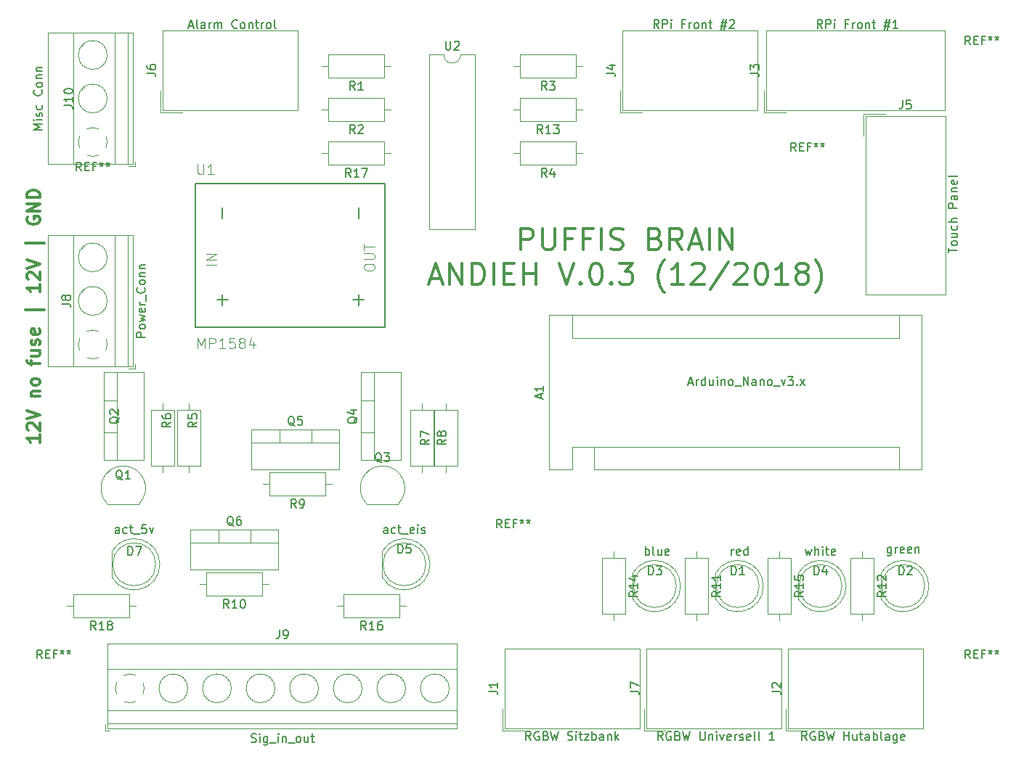
<source format=gto>
G04 #@! TF.FileFunction,Legend,Top*
%FSLAX46Y46*%
G04 Gerber Fmt 4.6, Leading zero omitted, Abs format (unit mm)*
G04 Created by KiCad (PCBNEW 4.0.7) date Sun Dec 23 23:36:25 2018*
%MOMM*%
%LPD*%
G01*
G04 APERTURE LIST*
%ADD10C,0.100000*%
%ADD11C,0.300000*%
%ADD12C,0.120000*%
%ADD13C,0.127000*%
%ADD14C,0.150000*%
%ADD15C,0.101600*%
G04 APERTURE END LIST*
D10*
D11*
X146428572Y-89529952D02*
X146428572Y-87029952D01*
X147380953Y-87029952D01*
X147619048Y-87149000D01*
X147738096Y-87268048D01*
X147857144Y-87506143D01*
X147857144Y-87863286D01*
X147738096Y-88101381D01*
X147619048Y-88220429D01*
X147380953Y-88339476D01*
X146428572Y-88339476D01*
X148928572Y-87029952D02*
X148928572Y-89053762D01*
X149047620Y-89291857D01*
X149166667Y-89410905D01*
X149404763Y-89529952D01*
X149880953Y-89529952D01*
X150119048Y-89410905D01*
X150238096Y-89291857D01*
X150357144Y-89053762D01*
X150357144Y-87029952D01*
X152380953Y-88220429D02*
X151547620Y-88220429D01*
X151547620Y-89529952D02*
X151547620Y-87029952D01*
X152738096Y-87029952D01*
X154523810Y-88220429D02*
X153690477Y-88220429D01*
X153690477Y-89529952D02*
X153690477Y-87029952D01*
X154880953Y-87029952D01*
X155833334Y-89529952D02*
X155833334Y-87029952D01*
X156904762Y-89410905D02*
X157261905Y-89529952D01*
X157857143Y-89529952D01*
X158095239Y-89410905D01*
X158214286Y-89291857D01*
X158333334Y-89053762D01*
X158333334Y-88815667D01*
X158214286Y-88577571D01*
X158095239Y-88458524D01*
X157857143Y-88339476D01*
X157380953Y-88220429D01*
X157142858Y-88101381D01*
X157023810Y-87982333D01*
X156904762Y-87744238D01*
X156904762Y-87506143D01*
X157023810Y-87268048D01*
X157142858Y-87149000D01*
X157380953Y-87029952D01*
X157976191Y-87029952D01*
X158333334Y-87149000D01*
X162142857Y-88220429D02*
X162500000Y-88339476D01*
X162619048Y-88458524D01*
X162738096Y-88696619D01*
X162738096Y-89053762D01*
X162619048Y-89291857D01*
X162500000Y-89410905D01*
X162261905Y-89529952D01*
X161309524Y-89529952D01*
X161309524Y-87029952D01*
X162142857Y-87029952D01*
X162380953Y-87149000D01*
X162500000Y-87268048D01*
X162619048Y-87506143D01*
X162619048Y-87744238D01*
X162500000Y-87982333D01*
X162380953Y-88101381D01*
X162142857Y-88220429D01*
X161309524Y-88220429D01*
X165238096Y-89529952D02*
X164404762Y-88339476D01*
X163809524Y-89529952D02*
X163809524Y-87029952D01*
X164761905Y-87029952D01*
X165000000Y-87149000D01*
X165119048Y-87268048D01*
X165238096Y-87506143D01*
X165238096Y-87863286D01*
X165119048Y-88101381D01*
X165000000Y-88220429D01*
X164761905Y-88339476D01*
X163809524Y-88339476D01*
X166190476Y-88815667D02*
X167380953Y-88815667D01*
X165952381Y-89529952D02*
X166785715Y-87029952D01*
X167619048Y-89529952D01*
X168452381Y-89529952D02*
X168452381Y-87029952D01*
X169642857Y-89529952D02*
X169642857Y-87029952D01*
X171071429Y-89529952D01*
X171071429Y-87029952D01*
X135892858Y-92865667D02*
X137083335Y-92865667D01*
X135654763Y-93579952D02*
X136488097Y-91079952D01*
X137321430Y-93579952D01*
X138154763Y-93579952D02*
X138154763Y-91079952D01*
X139583335Y-93579952D01*
X139583335Y-91079952D01*
X140773811Y-93579952D02*
X140773811Y-91079952D01*
X141369049Y-91079952D01*
X141726192Y-91199000D01*
X141964287Y-91437095D01*
X142083335Y-91675190D01*
X142202383Y-92151381D01*
X142202383Y-92508524D01*
X142083335Y-92984714D01*
X141964287Y-93222810D01*
X141726192Y-93460905D01*
X141369049Y-93579952D01*
X140773811Y-93579952D01*
X143273811Y-93579952D02*
X143273811Y-91079952D01*
X144464287Y-92270429D02*
X145297620Y-92270429D01*
X145654763Y-93579952D02*
X144464287Y-93579952D01*
X144464287Y-91079952D01*
X145654763Y-91079952D01*
X146726192Y-93579952D02*
X146726192Y-91079952D01*
X146726192Y-92270429D02*
X148154764Y-92270429D01*
X148154764Y-93579952D02*
X148154764Y-91079952D01*
X150892859Y-91079952D02*
X151726193Y-93579952D01*
X152559526Y-91079952D01*
X153392859Y-93341857D02*
X153511907Y-93460905D01*
X153392859Y-93579952D01*
X153273811Y-93460905D01*
X153392859Y-93341857D01*
X153392859Y-93579952D01*
X155059526Y-91079952D02*
X155297621Y-91079952D01*
X155535716Y-91199000D01*
X155654764Y-91318048D01*
X155773811Y-91556143D01*
X155892859Y-92032333D01*
X155892859Y-92627571D01*
X155773811Y-93103762D01*
X155654764Y-93341857D01*
X155535716Y-93460905D01*
X155297621Y-93579952D01*
X155059526Y-93579952D01*
X154821430Y-93460905D01*
X154702383Y-93341857D01*
X154583335Y-93103762D01*
X154464287Y-92627571D01*
X154464287Y-92032333D01*
X154583335Y-91556143D01*
X154702383Y-91318048D01*
X154821430Y-91199000D01*
X155059526Y-91079952D01*
X156964287Y-93341857D02*
X157083335Y-93460905D01*
X156964287Y-93579952D01*
X156845239Y-93460905D01*
X156964287Y-93341857D01*
X156964287Y-93579952D01*
X157916668Y-91079952D02*
X159464287Y-91079952D01*
X158630954Y-92032333D01*
X158988096Y-92032333D01*
X159226192Y-92151381D01*
X159345239Y-92270429D01*
X159464287Y-92508524D01*
X159464287Y-93103762D01*
X159345239Y-93341857D01*
X159226192Y-93460905D01*
X158988096Y-93579952D01*
X158273811Y-93579952D01*
X158035715Y-93460905D01*
X157916668Y-93341857D01*
X163154763Y-94532333D02*
X163035715Y-94413286D01*
X162797620Y-94056143D01*
X162678572Y-93818048D01*
X162559525Y-93460905D01*
X162440477Y-92865667D01*
X162440477Y-92389476D01*
X162559525Y-91794238D01*
X162678572Y-91437095D01*
X162797620Y-91199000D01*
X163035715Y-90841857D01*
X163154763Y-90722810D01*
X165416668Y-93579952D02*
X163988096Y-93579952D01*
X164702382Y-93579952D02*
X164702382Y-91079952D01*
X164464287Y-91437095D01*
X164226192Y-91675190D01*
X163988096Y-91794238D01*
X166369048Y-91318048D02*
X166488096Y-91199000D01*
X166726191Y-91079952D01*
X167321429Y-91079952D01*
X167559525Y-91199000D01*
X167678572Y-91318048D01*
X167797620Y-91556143D01*
X167797620Y-91794238D01*
X167678572Y-92151381D01*
X166250001Y-93579952D01*
X167797620Y-93579952D01*
X170654762Y-90960905D02*
X168511905Y-94175190D01*
X171369048Y-91318048D02*
X171488096Y-91199000D01*
X171726191Y-91079952D01*
X172321429Y-91079952D01*
X172559525Y-91199000D01*
X172678572Y-91318048D01*
X172797620Y-91556143D01*
X172797620Y-91794238D01*
X172678572Y-92151381D01*
X171250001Y-93579952D01*
X172797620Y-93579952D01*
X174345239Y-91079952D02*
X174583334Y-91079952D01*
X174821429Y-91199000D01*
X174940477Y-91318048D01*
X175059524Y-91556143D01*
X175178572Y-92032333D01*
X175178572Y-92627571D01*
X175059524Y-93103762D01*
X174940477Y-93341857D01*
X174821429Y-93460905D01*
X174583334Y-93579952D01*
X174345239Y-93579952D01*
X174107143Y-93460905D01*
X173988096Y-93341857D01*
X173869048Y-93103762D01*
X173750000Y-92627571D01*
X173750000Y-92032333D01*
X173869048Y-91556143D01*
X173988096Y-91318048D01*
X174107143Y-91199000D01*
X174345239Y-91079952D01*
X177559524Y-93579952D02*
X176130952Y-93579952D01*
X176845238Y-93579952D02*
X176845238Y-91079952D01*
X176607143Y-91437095D01*
X176369048Y-91675190D01*
X176130952Y-91794238D01*
X178988095Y-92151381D02*
X178750000Y-92032333D01*
X178630952Y-91913286D01*
X178511904Y-91675190D01*
X178511904Y-91556143D01*
X178630952Y-91318048D01*
X178750000Y-91199000D01*
X178988095Y-91079952D01*
X179464285Y-91079952D01*
X179702381Y-91199000D01*
X179821428Y-91318048D01*
X179940476Y-91556143D01*
X179940476Y-91675190D01*
X179821428Y-91913286D01*
X179702381Y-92032333D01*
X179464285Y-92151381D01*
X178988095Y-92151381D01*
X178750000Y-92270429D01*
X178630952Y-92389476D01*
X178511904Y-92627571D01*
X178511904Y-93103762D01*
X178630952Y-93341857D01*
X178750000Y-93460905D01*
X178988095Y-93579952D01*
X179464285Y-93579952D01*
X179702381Y-93460905D01*
X179821428Y-93341857D01*
X179940476Y-93103762D01*
X179940476Y-92627571D01*
X179821428Y-92389476D01*
X179702381Y-92270429D01*
X179464285Y-92151381D01*
X180773809Y-94532333D02*
X180892856Y-94413286D01*
X181130952Y-94056143D01*
X181249999Y-93818048D01*
X181369047Y-93460905D01*
X181488095Y-92865667D01*
X181488095Y-92389476D01*
X181369047Y-91794238D01*
X181249999Y-91437095D01*
X181130952Y-91199000D01*
X180892856Y-90841857D01*
X180773809Y-90722810D01*
X90340571Y-111139141D02*
X90340571Y-111996284D01*
X90340571Y-111567712D02*
X88840571Y-111567712D01*
X89054857Y-111710569D01*
X89197714Y-111853427D01*
X89269143Y-111996284D01*
X88983429Y-110567713D02*
X88912000Y-110496284D01*
X88840571Y-110353427D01*
X88840571Y-109996284D01*
X88912000Y-109853427D01*
X88983429Y-109781998D01*
X89126286Y-109710570D01*
X89269143Y-109710570D01*
X89483429Y-109781998D01*
X90340571Y-110639141D01*
X90340571Y-109710570D01*
X88840571Y-109281999D02*
X90340571Y-108781999D01*
X88840571Y-108281999D01*
X89340571Y-106639142D02*
X90340571Y-106639142D01*
X89483429Y-106639142D02*
X89412000Y-106567714D01*
X89340571Y-106424856D01*
X89340571Y-106210571D01*
X89412000Y-106067714D01*
X89554857Y-105996285D01*
X90340571Y-105996285D01*
X90340571Y-105067713D02*
X90269143Y-105210571D01*
X90197714Y-105281999D01*
X90054857Y-105353428D01*
X89626286Y-105353428D01*
X89483429Y-105281999D01*
X89412000Y-105210571D01*
X89340571Y-105067713D01*
X89340571Y-104853428D01*
X89412000Y-104710571D01*
X89483429Y-104639142D01*
X89626286Y-104567713D01*
X90054857Y-104567713D01*
X90197714Y-104639142D01*
X90269143Y-104710571D01*
X90340571Y-104853428D01*
X90340571Y-105067713D01*
X89340571Y-102996285D02*
X89340571Y-102424856D01*
X90340571Y-102781999D02*
X89054857Y-102781999D01*
X88912000Y-102710571D01*
X88840571Y-102567713D01*
X88840571Y-102424856D01*
X89340571Y-101281999D02*
X90340571Y-101281999D01*
X89340571Y-101924856D02*
X90126286Y-101924856D01*
X90269143Y-101853428D01*
X90340571Y-101710570D01*
X90340571Y-101496285D01*
X90269143Y-101353428D01*
X90197714Y-101281999D01*
X90269143Y-100639142D02*
X90340571Y-100496285D01*
X90340571Y-100210570D01*
X90269143Y-100067713D01*
X90126286Y-99996285D01*
X90054857Y-99996285D01*
X89912000Y-100067713D01*
X89840571Y-100210570D01*
X89840571Y-100424856D01*
X89769143Y-100567713D01*
X89626286Y-100639142D01*
X89554857Y-100639142D01*
X89412000Y-100567713D01*
X89340571Y-100424856D01*
X89340571Y-100210570D01*
X89412000Y-100067713D01*
X90269143Y-98781999D02*
X90340571Y-98924856D01*
X90340571Y-99210570D01*
X90269143Y-99353427D01*
X90126286Y-99424856D01*
X89554857Y-99424856D01*
X89412000Y-99353427D01*
X89340571Y-99210570D01*
X89340571Y-98924856D01*
X89412000Y-98781999D01*
X89554857Y-98710570D01*
X89697714Y-98710570D01*
X89840571Y-99424856D01*
X90840571Y-96567713D02*
X88697714Y-96567713D01*
X90340571Y-93567714D02*
X90340571Y-94424857D01*
X90340571Y-93996285D02*
X88840571Y-93996285D01*
X89054857Y-94139142D01*
X89197714Y-94282000D01*
X89269143Y-94424857D01*
X88983429Y-92996286D02*
X88912000Y-92924857D01*
X88840571Y-92782000D01*
X88840571Y-92424857D01*
X88912000Y-92282000D01*
X88983429Y-92210571D01*
X89126286Y-92139143D01*
X89269143Y-92139143D01*
X89483429Y-92210571D01*
X90340571Y-93067714D01*
X90340571Y-92139143D01*
X88840571Y-91710572D02*
X90340571Y-91210572D01*
X88840571Y-90710572D01*
X90840571Y-88710572D02*
X88697714Y-88710572D01*
X88912000Y-85710573D02*
X88840571Y-85853430D01*
X88840571Y-86067716D01*
X88912000Y-86282001D01*
X89054857Y-86424859D01*
X89197714Y-86496287D01*
X89483429Y-86567716D01*
X89697714Y-86567716D01*
X89983429Y-86496287D01*
X90126286Y-86424859D01*
X90269143Y-86282001D01*
X90340571Y-86067716D01*
X90340571Y-85924859D01*
X90269143Y-85710573D01*
X90197714Y-85639144D01*
X89697714Y-85639144D01*
X89697714Y-85924859D01*
X90340571Y-84996287D02*
X88840571Y-84996287D01*
X90340571Y-84139144D01*
X88840571Y-84139144D01*
X90340571Y-83424858D02*
X88840571Y-83424858D01*
X88840571Y-83067715D01*
X88912000Y-82853430D01*
X89054857Y-82710572D01*
X89197714Y-82639144D01*
X89483429Y-82567715D01*
X89697714Y-82567715D01*
X89983429Y-82639144D01*
X90126286Y-82710572D01*
X90269143Y-82853430D01*
X90340571Y-83067715D01*
X90340571Y-83424858D01*
D12*
X154940000Y-112522000D02*
X152400000Y-112522000D01*
X152400000Y-112522000D02*
X152400000Y-115192000D01*
X154940000Y-115192000D02*
X193170000Y-115192000D01*
X149730000Y-115192000D02*
X152400000Y-115192000D01*
X152400000Y-99822000D02*
X152400000Y-97152000D01*
X152400000Y-99822000D02*
X190500000Y-99822000D01*
X190500000Y-99822000D02*
X190500000Y-97152000D01*
X154940000Y-112522000D02*
X154940000Y-115192000D01*
X154940000Y-112522000D02*
X190500000Y-112522000D01*
X190500000Y-112522000D02*
X190500000Y-115192000D01*
X193170000Y-115192000D02*
X193170000Y-97152000D01*
X193170000Y-97152000D02*
X149730000Y-97152000D01*
X149730000Y-97152000D02*
X149730000Y-115192000D01*
X144510000Y-136041000D02*
X160290000Y-136041000D01*
X160290000Y-136041000D02*
X160290000Y-145391000D01*
X160290000Y-145391000D02*
X144510000Y-145391000D01*
X144510000Y-145391000D02*
X144510000Y-136041000D01*
X144260000Y-145641000D02*
X146800000Y-145641000D01*
X144260000Y-145641000D02*
X144260000Y-143101000D01*
X177530000Y-136041000D02*
X193310000Y-136041000D01*
X193310000Y-136041000D02*
X193310000Y-145391000D01*
X193310000Y-145391000D02*
X177530000Y-145391000D01*
X177530000Y-145391000D02*
X177530000Y-136041000D01*
X177280000Y-145641000D02*
X179820000Y-145641000D01*
X177280000Y-145641000D02*
X177280000Y-143101000D01*
X174990000Y-63905000D02*
X195850000Y-63905000D01*
X195850000Y-63905000D02*
X195850000Y-73255000D01*
X195850000Y-73255000D02*
X174990000Y-73255000D01*
X174990000Y-73255000D02*
X174990000Y-63905000D01*
X174740000Y-73505000D02*
X177280000Y-73505000D01*
X174740000Y-73505000D02*
X174740000Y-70965000D01*
X158226000Y-63905000D02*
X174006000Y-63905000D01*
X174006000Y-63905000D02*
X174006000Y-73255000D01*
X174006000Y-73255000D02*
X158226000Y-73255000D01*
X158226000Y-73255000D02*
X158226000Y-63905000D01*
X157976000Y-73505000D02*
X160516000Y-73505000D01*
X157976000Y-73505000D02*
X157976000Y-70965000D01*
X195937000Y-73898000D02*
X195937000Y-94758000D01*
X195937000Y-94758000D02*
X186587000Y-94758000D01*
X186587000Y-94758000D02*
X186587000Y-73898000D01*
X186587000Y-73898000D02*
X195937000Y-73898000D01*
X186337000Y-73648000D02*
X186337000Y-76188000D01*
X186337000Y-73648000D02*
X188877000Y-73648000D01*
X104632000Y-63905000D02*
X120412000Y-63905000D01*
X120412000Y-63905000D02*
X120412000Y-73255000D01*
X120412000Y-73255000D02*
X104632000Y-73255000D01*
X104632000Y-73255000D02*
X104632000Y-63905000D01*
X104382000Y-73505000D02*
X106922000Y-73505000D01*
X104382000Y-73505000D02*
X104382000Y-70965000D01*
X161020000Y-136041000D02*
X176800000Y-136041000D01*
X176800000Y-136041000D02*
X176800000Y-145391000D01*
X176800000Y-145391000D02*
X161020000Y-145391000D01*
X161020000Y-145391000D02*
X161020000Y-136041000D01*
X160770000Y-145641000D02*
X163310000Y-145641000D01*
X160770000Y-145641000D02*
X160770000Y-143101000D01*
X98054756Y-99900682D02*
G75*
G02X98200000Y-100584000I-1534756J-683318D01*
G01*
X95836958Y-99048574D02*
G75*
G02X97204000Y-99049000I683042J-1535426D01*
G01*
X94984574Y-101267042D02*
G75*
G02X94985000Y-99900000I1535426J683042D01*
G01*
X97203042Y-102119426D02*
G75*
G02X95836000Y-102119000I-683042J1535426D01*
G01*
X98200253Y-100555195D02*
G75*
G02X98055000Y-101268000I-1680253J-28805D01*
G01*
X98200000Y-95504000D02*
G75*
G03X98200000Y-95504000I-1680000J0D01*
G01*
X98200000Y-90424000D02*
G75*
G03X98200000Y-90424000I-1680000J0D01*
G01*
X100620000Y-103184000D02*
X100620000Y-87824000D01*
X99120000Y-103184000D02*
X99120000Y-87824000D01*
X94219000Y-103184000D02*
X94219000Y-87824000D01*
X91259000Y-103184000D02*
X91259000Y-87824000D01*
X101180000Y-103184000D02*
X101180000Y-87824000D01*
X91259000Y-103184000D02*
X101180000Y-103184000D01*
X91259000Y-87824000D02*
X101180000Y-87824000D01*
X95451000Y-94229000D02*
X95497000Y-94276000D01*
X97759000Y-96538000D02*
X97794000Y-96573000D01*
X95245000Y-94434000D02*
X95281000Y-94469000D01*
X97543000Y-96731000D02*
X97589000Y-96778000D01*
X95451000Y-89149000D02*
X95497000Y-89196000D01*
X97759000Y-91458000D02*
X97794000Y-91493000D01*
X95245000Y-89354000D02*
X95281000Y-89389000D01*
X97543000Y-91651000D02*
X97589000Y-91698000D01*
X100680000Y-103424000D02*
X101420000Y-103424000D01*
X101420000Y-103424000D02*
X101420000Y-102924000D01*
X101521318Y-142250756D02*
G75*
G02X100838000Y-142396000I-683318J1534756D01*
G01*
X102373426Y-140032958D02*
G75*
G02X102373000Y-141400000I-1535426J-683042D01*
G01*
X100154958Y-139180574D02*
G75*
G02X101522000Y-139181000I683042J-1535426D01*
G01*
X99302574Y-141399042D02*
G75*
G02X99303000Y-140032000I1535426J683042D01*
G01*
X100866805Y-142396253D02*
G75*
G02X100154000Y-142251000I-28805J1680253D01*
G01*
X107598000Y-140716000D02*
G75*
G03X107598000Y-140716000I-1680000J0D01*
G01*
X112678000Y-140716000D02*
G75*
G03X112678000Y-140716000I-1680000J0D01*
G01*
X117758000Y-140716000D02*
G75*
G03X117758000Y-140716000I-1680000J0D01*
G01*
X122838000Y-140716000D02*
G75*
G03X122838000Y-140716000I-1680000J0D01*
G01*
X127918000Y-140716000D02*
G75*
G03X127918000Y-140716000I-1680000J0D01*
G01*
X132998000Y-140716000D02*
G75*
G03X132998000Y-140716000I-1680000J0D01*
G01*
X138078000Y-140716000D02*
G75*
G03X138078000Y-140716000I-1680000J0D01*
G01*
X98238000Y-144816000D02*
X138998000Y-144816000D01*
X98238000Y-143316000D02*
X138998000Y-143316000D01*
X98238000Y-138415000D02*
X138998000Y-138415000D01*
X98238000Y-135455000D02*
X138998000Y-135455000D01*
X98238000Y-145376000D02*
X138998000Y-145376000D01*
X98238000Y-135455000D02*
X98238000Y-145376000D01*
X138998000Y-135455000D02*
X138998000Y-145376000D01*
X107193000Y-139647000D02*
X107146000Y-139693000D01*
X104884000Y-141955000D02*
X104849000Y-141990000D01*
X106988000Y-139441000D02*
X106953000Y-139477000D01*
X104691000Y-141739000D02*
X104644000Y-141785000D01*
X112273000Y-139647000D02*
X112226000Y-139693000D01*
X109964000Y-141955000D02*
X109929000Y-141990000D01*
X112068000Y-139441000D02*
X112033000Y-139477000D01*
X109771000Y-141739000D02*
X109724000Y-141785000D01*
X117353000Y-139647000D02*
X117306000Y-139693000D01*
X115044000Y-141955000D02*
X115009000Y-141990000D01*
X117148000Y-139441000D02*
X117113000Y-139477000D01*
X114851000Y-141739000D02*
X114804000Y-141785000D01*
X122433000Y-139647000D02*
X122386000Y-139693000D01*
X120124000Y-141955000D02*
X120089000Y-141990000D01*
X122228000Y-139441000D02*
X122193000Y-139477000D01*
X119931000Y-141739000D02*
X119884000Y-141785000D01*
X127513000Y-139647000D02*
X127466000Y-139693000D01*
X125204000Y-141955000D02*
X125169000Y-141990000D01*
X127308000Y-139441000D02*
X127273000Y-139477000D01*
X125011000Y-141739000D02*
X124964000Y-141785000D01*
X132593000Y-139647000D02*
X132546000Y-139693000D01*
X130284000Y-141955000D02*
X130249000Y-141990000D01*
X132388000Y-139441000D02*
X132353000Y-139477000D01*
X130091000Y-141739000D02*
X130044000Y-141785000D01*
X137673000Y-139647000D02*
X137626000Y-139693000D01*
X135364000Y-141955000D02*
X135329000Y-141990000D01*
X137468000Y-139441000D02*
X137433000Y-139477000D01*
X135171000Y-141739000D02*
X135124000Y-141785000D01*
X97998000Y-144876000D02*
X97998000Y-145616000D01*
X97998000Y-145616000D02*
X98498000Y-145616000D01*
X98276000Y-119198000D02*
X101876000Y-119198000D01*
X98237522Y-119186478D02*
G75*
G02X100076000Y-114748000I1838478J1838478D01*
G01*
X101914478Y-119186478D02*
G75*
G03X100076000Y-114748000I-1838478J1838478D01*
G01*
X97822000Y-114086000D02*
X97822000Y-103846000D01*
X102463000Y-114086000D02*
X102463000Y-103846000D01*
X97822000Y-114086000D02*
X102463000Y-114086000D01*
X97822000Y-103846000D02*
X102463000Y-103846000D01*
X99332000Y-114086000D02*
X99332000Y-103846000D01*
X97822000Y-110816000D02*
X99332000Y-110816000D01*
X97822000Y-107115000D02*
X99332000Y-107115000D01*
X128502000Y-119198000D02*
X132102000Y-119198000D01*
X128463522Y-119186478D02*
G75*
G02X130302000Y-114748000I1838478J1838478D01*
G01*
X132140478Y-119186478D02*
G75*
G03X130302000Y-114748000I-1838478J1838478D01*
G01*
X127794000Y-114086000D02*
X127794000Y-103846000D01*
X132435000Y-114086000D02*
X132435000Y-103846000D01*
X127794000Y-114086000D02*
X132435000Y-114086000D01*
X127794000Y-103846000D02*
X132435000Y-103846000D01*
X129304000Y-114086000D02*
X129304000Y-103846000D01*
X127794000Y-110816000D02*
X129304000Y-110816000D01*
X127794000Y-107115000D02*
X129304000Y-107115000D01*
X130524000Y-69442000D02*
X130524000Y-66702000D01*
X130524000Y-66702000D02*
X123984000Y-66702000D01*
X123984000Y-66702000D02*
X123984000Y-69442000D01*
X123984000Y-69442000D02*
X130524000Y-69442000D01*
X131294000Y-68072000D02*
X130524000Y-68072000D01*
X123214000Y-68072000D02*
X123984000Y-68072000D01*
X130524000Y-74522000D02*
X130524000Y-71782000D01*
X130524000Y-71782000D02*
X123984000Y-71782000D01*
X123984000Y-71782000D02*
X123984000Y-74522000D01*
X123984000Y-74522000D02*
X130524000Y-74522000D01*
X131294000Y-73152000D02*
X130524000Y-73152000D01*
X123214000Y-73152000D02*
X123984000Y-73152000D01*
X152876000Y-69442000D02*
X152876000Y-66702000D01*
X152876000Y-66702000D02*
X146336000Y-66702000D01*
X146336000Y-66702000D02*
X146336000Y-69442000D01*
X146336000Y-69442000D02*
X152876000Y-69442000D01*
X153646000Y-68072000D02*
X152876000Y-68072000D01*
X145566000Y-68072000D02*
X146336000Y-68072000D01*
X152876000Y-79602000D02*
X152876000Y-76862000D01*
X152876000Y-76862000D02*
X146336000Y-76862000D01*
X146336000Y-76862000D02*
X146336000Y-79602000D01*
X146336000Y-79602000D02*
X152876000Y-79602000D01*
X153646000Y-78232000D02*
X152876000Y-78232000D01*
X145566000Y-78232000D02*
X146336000Y-78232000D01*
X106326000Y-114776000D02*
X109066000Y-114776000D01*
X109066000Y-114776000D02*
X109066000Y-108236000D01*
X109066000Y-108236000D02*
X106326000Y-108236000D01*
X106326000Y-108236000D02*
X106326000Y-114776000D01*
X107696000Y-115546000D02*
X107696000Y-114776000D01*
X107696000Y-107466000D02*
X107696000Y-108236000D01*
X106018000Y-108236000D02*
X103278000Y-108236000D01*
X103278000Y-108236000D02*
X103278000Y-114776000D01*
X103278000Y-114776000D02*
X106018000Y-114776000D01*
X106018000Y-114776000D02*
X106018000Y-108236000D01*
X104648000Y-107466000D02*
X104648000Y-108236000D01*
X104648000Y-115546000D02*
X104648000Y-114776000D01*
X136298000Y-114776000D02*
X139038000Y-114776000D01*
X139038000Y-114776000D02*
X139038000Y-108236000D01*
X139038000Y-108236000D02*
X136298000Y-108236000D01*
X136298000Y-108236000D02*
X136298000Y-114776000D01*
X137668000Y-115546000D02*
X137668000Y-114776000D01*
X137668000Y-107466000D02*
X137668000Y-108236000D01*
X136244000Y-108236000D02*
X133504000Y-108236000D01*
X133504000Y-108236000D02*
X133504000Y-114776000D01*
X133504000Y-114776000D02*
X136244000Y-114776000D01*
X136244000Y-114776000D02*
X136244000Y-108236000D01*
X134874000Y-107466000D02*
X134874000Y-108236000D01*
X134874000Y-115546000D02*
X134874000Y-114776000D01*
X152876000Y-74522000D02*
X152876000Y-71782000D01*
X152876000Y-71782000D02*
X146336000Y-71782000D01*
X146336000Y-71782000D02*
X146336000Y-74522000D01*
X146336000Y-74522000D02*
X152876000Y-74522000D01*
X153646000Y-73152000D02*
X152876000Y-73152000D01*
X145566000Y-73152000D02*
X146336000Y-73152000D01*
D13*
X108458000Y-98552000D02*
X130556000Y-98552000D01*
X130556000Y-98552000D02*
X130556000Y-81788000D01*
X130556000Y-81788000D02*
X108458000Y-81788000D01*
X108458000Y-81788000D02*
X108458000Y-98552000D01*
X111633000Y-85852000D02*
X111633000Y-84582000D01*
X127508000Y-85852000D02*
X127508000Y-84582000D01*
X111633000Y-96012000D02*
X111633000Y-94742000D01*
X110998000Y-95377000D02*
X112268000Y-95377000D01*
X127508000Y-96012000D02*
X127508000Y-94742000D01*
X126873000Y-95377000D02*
X128143000Y-95377000D01*
D12*
X139430000Y-66742000D02*
G75*
G02X137430000Y-66742000I-1000000J0D01*
G01*
X137430000Y-66742000D02*
X135780000Y-66742000D01*
X135780000Y-66742000D02*
X135780000Y-87182000D01*
X135780000Y-87182000D02*
X141080000Y-87182000D01*
X141080000Y-87182000D02*
X141080000Y-66742000D01*
X141080000Y-66742000D02*
X139430000Y-66742000D01*
X169144000Y-127233000D02*
X169144000Y-130323000D01*
X174204000Y-128778000D02*
G75*
G03X174204000Y-128778000I-2500000J0D01*
G01*
X174694000Y-128778462D02*
G75*
G03X169144000Y-127233170I-2990000J462D01*
G01*
X174694000Y-128777538D02*
G75*
G02X169144000Y-130322830I-2990000J-462D01*
G01*
X188448000Y-127233000D02*
X188448000Y-130323000D01*
X193508000Y-128778000D02*
G75*
G03X193508000Y-128778000I-2500000J0D01*
G01*
X193998000Y-128778462D02*
G75*
G03X188448000Y-127233170I-2990000J462D01*
G01*
X193998000Y-128777538D02*
G75*
G02X188448000Y-130322830I-2990000J-462D01*
G01*
X159492000Y-127233000D02*
X159492000Y-130323000D01*
X164552000Y-128778000D02*
G75*
G03X164552000Y-128778000I-2500000J0D01*
G01*
X165042000Y-128778462D02*
G75*
G03X159492000Y-127233170I-2990000J462D01*
G01*
X165042000Y-128777538D02*
G75*
G02X159492000Y-130322830I-2990000J-462D01*
G01*
X178796000Y-127233000D02*
X178796000Y-130323000D01*
X183856000Y-128778000D02*
G75*
G03X183856000Y-128778000I-2500000J0D01*
G01*
X184346000Y-128778462D02*
G75*
G03X178796000Y-127233170I-2990000J462D01*
G01*
X184346000Y-128777538D02*
G75*
G02X178796000Y-130322830I-2990000J-462D01*
G01*
X130282000Y-124693000D02*
X130282000Y-127783000D01*
X135342000Y-126238000D02*
G75*
G03X135342000Y-126238000I-2500000J0D01*
G01*
X135832000Y-126238462D02*
G75*
G03X130282000Y-124693170I-2990000J462D01*
G01*
X135832000Y-126237538D02*
G75*
G02X130282000Y-127782830I-2990000J-462D01*
G01*
X98786000Y-124693000D02*
X98786000Y-127783000D01*
X103846000Y-126238000D02*
G75*
G03X103846000Y-126238000I-2500000J0D01*
G01*
X104336000Y-126238462D02*
G75*
G03X98786000Y-124693170I-2990000J462D01*
G01*
X104336000Y-126237538D02*
G75*
G02X98786000Y-127782830I-2990000J-462D01*
G01*
X168248000Y-125508000D02*
X165508000Y-125508000D01*
X165508000Y-125508000D02*
X165508000Y-132048000D01*
X165508000Y-132048000D02*
X168248000Y-132048000D01*
X168248000Y-132048000D02*
X168248000Y-125508000D01*
X166878000Y-124738000D02*
X166878000Y-125508000D01*
X166878000Y-132818000D02*
X166878000Y-132048000D01*
X187552000Y-125508000D02*
X184812000Y-125508000D01*
X184812000Y-125508000D02*
X184812000Y-132048000D01*
X184812000Y-132048000D02*
X187552000Y-132048000D01*
X187552000Y-132048000D02*
X187552000Y-125508000D01*
X186182000Y-124738000D02*
X186182000Y-125508000D01*
X186182000Y-132818000D02*
X186182000Y-132048000D01*
X158596000Y-125508000D02*
X155856000Y-125508000D01*
X155856000Y-125508000D02*
X155856000Y-132048000D01*
X155856000Y-132048000D02*
X158596000Y-132048000D01*
X158596000Y-132048000D02*
X158596000Y-125508000D01*
X157226000Y-124738000D02*
X157226000Y-125508000D01*
X157226000Y-132818000D02*
X157226000Y-132048000D01*
X177900000Y-125508000D02*
X175160000Y-125508000D01*
X175160000Y-125508000D02*
X175160000Y-132048000D01*
X175160000Y-132048000D02*
X177900000Y-132048000D01*
X177900000Y-132048000D02*
X177900000Y-125508000D01*
X176530000Y-124738000D02*
X176530000Y-125508000D01*
X176530000Y-132818000D02*
X176530000Y-132048000D01*
X132302000Y-132434000D02*
X132302000Y-129694000D01*
X132302000Y-129694000D02*
X125762000Y-129694000D01*
X125762000Y-129694000D02*
X125762000Y-132434000D01*
X125762000Y-132434000D02*
X132302000Y-132434000D01*
X133072000Y-131064000D02*
X132302000Y-131064000D01*
X124992000Y-131064000D02*
X125762000Y-131064000D01*
X100806000Y-132434000D02*
X100806000Y-129694000D01*
X100806000Y-129694000D02*
X94266000Y-129694000D01*
X94266000Y-129694000D02*
X94266000Y-132434000D01*
X94266000Y-132434000D02*
X100806000Y-132434000D01*
X101576000Y-131064000D02*
X100806000Y-131064000D01*
X93496000Y-131064000D02*
X94266000Y-131064000D01*
X115022000Y-110522000D02*
X125262000Y-110522000D01*
X115022000Y-115163000D02*
X125262000Y-115163000D01*
X115022000Y-110522000D02*
X115022000Y-115163000D01*
X125262000Y-110522000D02*
X125262000Y-115163000D01*
X115022000Y-112032000D02*
X125262000Y-112032000D01*
X118292000Y-110522000D02*
X118292000Y-112032000D01*
X121993000Y-110522000D02*
X121993000Y-112032000D01*
X107910000Y-122206000D02*
X118150000Y-122206000D01*
X107910000Y-126847000D02*
X118150000Y-126847000D01*
X107910000Y-122206000D02*
X107910000Y-126847000D01*
X118150000Y-122206000D02*
X118150000Y-126847000D01*
X107910000Y-123716000D02*
X118150000Y-123716000D01*
X111180000Y-122206000D02*
X111180000Y-123716000D01*
X114881000Y-122206000D02*
X114881000Y-123716000D01*
X123666000Y-118210000D02*
X123666000Y-115470000D01*
X123666000Y-115470000D02*
X117126000Y-115470000D01*
X117126000Y-115470000D02*
X117126000Y-118210000D01*
X117126000Y-118210000D02*
X123666000Y-118210000D01*
X124436000Y-116840000D02*
X123666000Y-116840000D01*
X116356000Y-116840000D02*
X117126000Y-116840000D01*
X116300000Y-129894000D02*
X116300000Y-127154000D01*
X116300000Y-127154000D02*
X109760000Y-127154000D01*
X109760000Y-127154000D02*
X109760000Y-129894000D01*
X109760000Y-129894000D02*
X116300000Y-129894000D01*
X117070000Y-128524000D02*
X116300000Y-128524000D01*
X108990000Y-128524000D02*
X109760000Y-128524000D01*
X130524000Y-79602000D02*
X130524000Y-76862000D01*
X130524000Y-76862000D02*
X123984000Y-76862000D01*
X123984000Y-76862000D02*
X123984000Y-79602000D01*
X123984000Y-79602000D02*
X130524000Y-79602000D01*
X131294000Y-78232000D02*
X130524000Y-78232000D01*
X123214000Y-78232000D02*
X123984000Y-78232000D01*
X98054756Y-76278682D02*
G75*
G02X98200000Y-76962000I-1534756J-683318D01*
G01*
X95836958Y-75426574D02*
G75*
G02X97204000Y-75427000I683042J-1535426D01*
G01*
X94984574Y-77645042D02*
G75*
G02X94985000Y-76278000I1535426J683042D01*
G01*
X97203042Y-78497426D02*
G75*
G02X95836000Y-78497000I-683042J1535426D01*
G01*
X98200253Y-76933195D02*
G75*
G02X98055000Y-77646000I-1680253J-28805D01*
G01*
X98200000Y-71882000D02*
G75*
G03X98200000Y-71882000I-1680000J0D01*
G01*
X98200000Y-66802000D02*
G75*
G03X98200000Y-66802000I-1680000J0D01*
G01*
X100620000Y-79562000D02*
X100620000Y-64202000D01*
X99120000Y-79562000D02*
X99120000Y-64202000D01*
X94219000Y-79562000D02*
X94219000Y-64202000D01*
X91259000Y-79562000D02*
X91259000Y-64202000D01*
X101180000Y-79562000D02*
X101180000Y-64202000D01*
X91259000Y-79562000D02*
X101180000Y-79562000D01*
X91259000Y-64202000D02*
X101180000Y-64202000D01*
X95451000Y-70607000D02*
X95497000Y-70654000D01*
X97759000Y-72916000D02*
X97794000Y-72951000D01*
X95245000Y-70812000D02*
X95281000Y-70847000D01*
X97543000Y-73109000D02*
X97589000Y-73156000D01*
X95451000Y-65527000D02*
X95497000Y-65574000D01*
X97759000Y-67836000D02*
X97794000Y-67871000D01*
X95245000Y-65732000D02*
X95281000Y-65767000D01*
X97543000Y-68029000D02*
X97589000Y-68076000D01*
X100680000Y-79802000D02*
X101420000Y-79802000D01*
X101420000Y-79802000D02*
X101420000Y-79302000D01*
D14*
X95186667Y-80318381D02*
X94853333Y-79842190D01*
X94615238Y-80318381D02*
X94615238Y-79318381D01*
X94996191Y-79318381D01*
X95091429Y-79366000D01*
X95139048Y-79413619D01*
X95186667Y-79508857D01*
X95186667Y-79651714D01*
X95139048Y-79746952D01*
X95091429Y-79794571D01*
X94996191Y-79842190D01*
X94615238Y-79842190D01*
X95615238Y-79794571D02*
X95948572Y-79794571D01*
X96091429Y-80318381D02*
X95615238Y-80318381D01*
X95615238Y-79318381D01*
X96091429Y-79318381D01*
X96853334Y-79794571D02*
X96520000Y-79794571D01*
X96520000Y-80318381D02*
X96520000Y-79318381D01*
X96996191Y-79318381D01*
X97520000Y-79318381D02*
X97520000Y-79556476D01*
X97281905Y-79461238D02*
X97520000Y-79556476D01*
X97758096Y-79461238D01*
X97377143Y-79746952D02*
X97520000Y-79556476D01*
X97662858Y-79746952D01*
X98281905Y-79318381D02*
X98281905Y-79556476D01*
X98043810Y-79461238D02*
X98281905Y-79556476D01*
X98520001Y-79461238D01*
X98139048Y-79746952D02*
X98281905Y-79556476D01*
X98424763Y-79746952D01*
X148756667Y-106886286D02*
X148756667Y-106410095D01*
X149042381Y-106981524D02*
X148042381Y-106648191D01*
X149042381Y-106314857D01*
X149042381Y-105457714D02*
X149042381Y-106029143D01*
X149042381Y-105743429D02*
X148042381Y-105743429D01*
X148185238Y-105838667D01*
X148280476Y-105933905D01*
X148328095Y-106029143D01*
X165981904Y-105068667D02*
X166458095Y-105068667D01*
X165886666Y-105354381D02*
X166219999Y-104354381D01*
X166553333Y-105354381D01*
X166886666Y-105354381D02*
X166886666Y-104687714D01*
X166886666Y-104878190D02*
X166934285Y-104782952D01*
X166981904Y-104735333D01*
X167077142Y-104687714D01*
X167172381Y-104687714D01*
X167934286Y-105354381D02*
X167934286Y-104354381D01*
X167934286Y-105306762D02*
X167839048Y-105354381D01*
X167648571Y-105354381D01*
X167553333Y-105306762D01*
X167505714Y-105259143D01*
X167458095Y-105163905D01*
X167458095Y-104878190D01*
X167505714Y-104782952D01*
X167553333Y-104735333D01*
X167648571Y-104687714D01*
X167839048Y-104687714D01*
X167934286Y-104735333D01*
X168839048Y-104687714D02*
X168839048Y-105354381D01*
X168410476Y-104687714D02*
X168410476Y-105211524D01*
X168458095Y-105306762D01*
X168553333Y-105354381D01*
X168696191Y-105354381D01*
X168791429Y-105306762D01*
X168839048Y-105259143D01*
X169315238Y-105354381D02*
X169315238Y-104687714D01*
X169315238Y-104354381D02*
X169267619Y-104402000D01*
X169315238Y-104449619D01*
X169362857Y-104402000D01*
X169315238Y-104354381D01*
X169315238Y-104449619D01*
X169791428Y-104687714D02*
X169791428Y-105354381D01*
X169791428Y-104782952D02*
X169839047Y-104735333D01*
X169934285Y-104687714D01*
X170077143Y-104687714D01*
X170172381Y-104735333D01*
X170220000Y-104830571D01*
X170220000Y-105354381D01*
X170839047Y-105354381D02*
X170743809Y-105306762D01*
X170696190Y-105259143D01*
X170648571Y-105163905D01*
X170648571Y-104878190D01*
X170696190Y-104782952D01*
X170743809Y-104735333D01*
X170839047Y-104687714D01*
X170981905Y-104687714D01*
X171077143Y-104735333D01*
X171124762Y-104782952D01*
X171172381Y-104878190D01*
X171172381Y-105163905D01*
X171124762Y-105259143D01*
X171077143Y-105306762D01*
X170981905Y-105354381D01*
X170839047Y-105354381D01*
X171362857Y-105449619D02*
X172124762Y-105449619D01*
X172362857Y-105354381D02*
X172362857Y-104354381D01*
X172934286Y-105354381D01*
X172934286Y-104354381D01*
X173839048Y-105354381D02*
X173839048Y-104830571D01*
X173791429Y-104735333D01*
X173696191Y-104687714D01*
X173505714Y-104687714D01*
X173410476Y-104735333D01*
X173839048Y-105306762D02*
X173743810Y-105354381D01*
X173505714Y-105354381D01*
X173410476Y-105306762D01*
X173362857Y-105211524D01*
X173362857Y-105116286D01*
X173410476Y-105021048D01*
X173505714Y-104973429D01*
X173743810Y-104973429D01*
X173839048Y-104925810D01*
X174315238Y-104687714D02*
X174315238Y-105354381D01*
X174315238Y-104782952D02*
X174362857Y-104735333D01*
X174458095Y-104687714D01*
X174600953Y-104687714D01*
X174696191Y-104735333D01*
X174743810Y-104830571D01*
X174743810Y-105354381D01*
X175362857Y-105354381D02*
X175267619Y-105306762D01*
X175220000Y-105259143D01*
X175172381Y-105163905D01*
X175172381Y-104878190D01*
X175220000Y-104782952D01*
X175267619Y-104735333D01*
X175362857Y-104687714D01*
X175505715Y-104687714D01*
X175600953Y-104735333D01*
X175648572Y-104782952D01*
X175696191Y-104878190D01*
X175696191Y-105163905D01*
X175648572Y-105259143D01*
X175600953Y-105306762D01*
X175505715Y-105354381D01*
X175362857Y-105354381D01*
X175886667Y-105449619D02*
X176648572Y-105449619D01*
X176791429Y-104687714D02*
X177029524Y-105354381D01*
X177267620Y-104687714D01*
X177553334Y-104354381D02*
X178172382Y-104354381D01*
X177839048Y-104735333D01*
X177981906Y-104735333D01*
X178077144Y-104782952D01*
X178124763Y-104830571D01*
X178172382Y-104925810D01*
X178172382Y-105163905D01*
X178124763Y-105259143D01*
X178077144Y-105306762D01*
X177981906Y-105354381D01*
X177696191Y-105354381D01*
X177600953Y-105306762D01*
X177553334Y-105259143D01*
X178600953Y-105259143D02*
X178648572Y-105306762D01*
X178600953Y-105354381D01*
X178553334Y-105306762D01*
X178600953Y-105259143D01*
X178600953Y-105354381D01*
X178981905Y-105354381D02*
X179505715Y-104687714D01*
X178981905Y-104687714D02*
X179505715Y-105354381D01*
X142708381Y-141049333D02*
X143422667Y-141049333D01*
X143565524Y-141096953D01*
X143660762Y-141192191D01*
X143708381Y-141335048D01*
X143708381Y-141430286D01*
X143708381Y-140049333D02*
X143708381Y-140620762D01*
X143708381Y-140335048D02*
X142708381Y-140335048D01*
X142851238Y-140430286D01*
X142946476Y-140525524D01*
X142994095Y-140620762D01*
X147590476Y-146756381D02*
X147257142Y-146280190D01*
X147019047Y-146756381D02*
X147019047Y-145756381D01*
X147400000Y-145756381D01*
X147495238Y-145804000D01*
X147542857Y-145851619D01*
X147590476Y-145946857D01*
X147590476Y-146089714D01*
X147542857Y-146184952D01*
X147495238Y-146232571D01*
X147400000Y-146280190D01*
X147019047Y-146280190D01*
X148542857Y-145804000D02*
X148447619Y-145756381D01*
X148304762Y-145756381D01*
X148161904Y-145804000D01*
X148066666Y-145899238D01*
X148019047Y-145994476D01*
X147971428Y-146184952D01*
X147971428Y-146327810D01*
X148019047Y-146518286D01*
X148066666Y-146613524D01*
X148161904Y-146708762D01*
X148304762Y-146756381D01*
X148400000Y-146756381D01*
X148542857Y-146708762D01*
X148590476Y-146661143D01*
X148590476Y-146327810D01*
X148400000Y-146327810D01*
X149352381Y-146232571D02*
X149495238Y-146280190D01*
X149542857Y-146327810D01*
X149590476Y-146423048D01*
X149590476Y-146565905D01*
X149542857Y-146661143D01*
X149495238Y-146708762D01*
X149400000Y-146756381D01*
X149019047Y-146756381D01*
X149019047Y-145756381D01*
X149352381Y-145756381D01*
X149447619Y-145804000D01*
X149495238Y-145851619D01*
X149542857Y-145946857D01*
X149542857Y-146042095D01*
X149495238Y-146137333D01*
X149447619Y-146184952D01*
X149352381Y-146232571D01*
X149019047Y-146232571D01*
X149923809Y-145756381D02*
X150161904Y-146756381D01*
X150352381Y-146042095D01*
X150542857Y-146756381D01*
X150780952Y-145756381D01*
X151876190Y-146708762D02*
X152019047Y-146756381D01*
X152257143Y-146756381D01*
X152352381Y-146708762D01*
X152400000Y-146661143D01*
X152447619Y-146565905D01*
X152447619Y-146470667D01*
X152400000Y-146375429D01*
X152352381Y-146327810D01*
X152257143Y-146280190D01*
X152066666Y-146232571D01*
X151971428Y-146184952D01*
X151923809Y-146137333D01*
X151876190Y-146042095D01*
X151876190Y-145946857D01*
X151923809Y-145851619D01*
X151971428Y-145804000D01*
X152066666Y-145756381D01*
X152304762Y-145756381D01*
X152447619Y-145804000D01*
X152876190Y-146756381D02*
X152876190Y-146089714D01*
X152876190Y-145756381D02*
X152828571Y-145804000D01*
X152876190Y-145851619D01*
X152923809Y-145804000D01*
X152876190Y-145756381D01*
X152876190Y-145851619D01*
X153209523Y-146089714D02*
X153590475Y-146089714D01*
X153352380Y-145756381D02*
X153352380Y-146613524D01*
X153399999Y-146708762D01*
X153495237Y-146756381D01*
X153590475Y-146756381D01*
X153828571Y-146089714D02*
X154352381Y-146089714D01*
X153828571Y-146756381D01*
X154352381Y-146756381D01*
X154733333Y-146756381D02*
X154733333Y-145756381D01*
X154733333Y-146137333D02*
X154828571Y-146089714D01*
X155019048Y-146089714D01*
X155114286Y-146137333D01*
X155161905Y-146184952D01*
X155209524Y-146280190D01*
X155209524Y-146565905D01*
X155161905Y-146661143D01*
X155114286Y-146708762D01*
X155019048Y-146756381D01*
X154828571Y-146756381D01*
X154733333Y-146708762D01*
X156066667Y-146756381D02*
X156066667Y-146232571D01*
X156019048Y-146137333D01*
X155923810Y-146089714D01*
X155733333Y-146089714D01*
X155638095Y-146137333D01*
X156066667Y-146708762D02*
X155971429Y-146756381D01*
X155733333Y-146756381D01*
X155638095Y-146708762D01*
X155590476Y-146613524D01*
X155590476Y-146518286D01*
X155638095Y-146423048D01*
X155733333Y-146375429D01*
X155971429Y-146375429D01*
X156066667Y-146327810D01*
X156542857Y-146089714D02*
X156542857Y-146756381D01*
X156542857Y-146184952D02*
X156590476Y-146137333D01*
X156685714Y-146089714D01*
X156828572Y-146089714D01*
X156923810Y-146137333D01*
X156971429Y-146232571D01*
X156971429Y-146756381D01*
X157447619Y-146756381D02*
X157447619Y-145756381D01*
X157542857Y-146375429D02*
X157828572Y-146756381D01*
X157828572Y-146089714D02*
X157447619Y-146470667D01*
X175728381Y-141049333D02*
X176442667Y-141049333D01*
X176585524Y-141096953D01*
X176680762Y-141192191D01*
X176728381Y-141335048D01*
X176728381Y-141430286D01*
X175823619Y-140620762D02*
X175776000Y-140573143D01*
X175728381Y-140477905D01*
X175728381Y-140239809D01*
X175776000Y-140144571D01*
X175823619Y-140096952D01*
X175918857Y-140049333D01*
X176014095Y-140049333D01*
X176156952Y-140096952D01*
X176728381Y-140668381D01*
X176728381Y-140049333D01*
X179761238Y-146756381D02*
X179427904Y-146280190D01*
X179189809Y-146756381D02*
X179189809Y-145756381D01*
X179570762Y-145756381D01*
X179666000Y-145804000D01*
X179713619Y-145851619D01*
X179761238Y-145946857D01*
X179761238Y-146089714D01*
X179713619Y-146184952D01*
X179666000Y-146232571D01*
X179570762Y-146280190D01*
X179189809Y-146280190D01*
X180713619Y-145804000D02*
X180618381Y-145756381D01*
X180475524Y-145756381D01*
X180332666Y-145804000D01*
X180237428Y-145899238D01*
X180189809Y-145994476D01*
X180142190Y-146184952D01*
X180142190Y-146327810D01*
X180189809Y-146518286D01*
X180237428Y-146613524D01*
X180332666Y-146708762D01*
X180475524Y-146756381D01*
X180570762Y-146756381D01*
X180713619Y-146708762D01*
X180761238Y-146661143D01*
X180761238Y-146327810D01*
X180570762Y-146327810D01*
X181523143Y-146232571D02*
X181666000Y-146280190D01*
X181713619Y-146327810D01*
X181761238Y-146423048D01*
X181761238Y-146565905D01*
X181713619Y-146661143D01*
X181666000Y-146708762D01*
X181570762Y-146756381D01*
X181189809Y-146756381D01*
X181189809Y-145756381D01*
X181523143Y-145756381D01*
X181618381Y-145804000D01*
X181666000Y-145851619D01*
X181713619Y-145946857D01*
X181713619Y-146042095D01*
X181666000Y-146137333D01*
X181618381Y-146184952D01*
X181523143Y-146232571D01*
X181189809Y-146232571D01*
X182094571Y-145756381D02*
X182332666Y-146756381D01*
X182523143Y-146042095D01*
X182713619Y-146756381D01*
X182951714Y-145756381D01*
X184094571Y-146756381D02*
X184094571Y-145756381D01*
X184094571Y-146232571D02*
X184666000Y-146232571D01*
X184666000Y-146756381D02*
X184666000Y-145756381D01*
X185570762Y-146089714D02*
X185570762Y-146756381D01*
X185142190Y-146089714D02*
X185142190Y-146613524D01*
X185189809Y-146708762D01*
X185285047Y-146756381D01*
X185427905Y-146756381D01*
X185523143Y-146708762D01*
X185570762Y-146661143D01*
X185904095Y-146089714D02*
X186285047Y-146089714D01*
X186046952Y-145756381D02*
X186046952Y-146613524D01*
X186094571Y-146708762D01*
X186189809Y-146756381D01*
X186285047Y-146756381D01*
X187046953Y-146756381D02*
X187046953Y-146232571D01*
X186999334Y-146137333D01*
X186904096Y-146089714D01*
X186713619Y-146089714D01*
X186618381Y-146137333D01*
X187046953Y-146708762D02*
X186951715Y-146756381D01*
X186713619Y-146756381D01*
X186618381Y-146708762D01*
X186570762Y-146613524D01*
X186570762Y-146518286D01*
X186618381Y-146423048D01*
X186713619Y-146375429D01*
X186951715Y-146375429D01*
X187046953Y-146327810D01*
X187523143Y-146756381D02*
X187523143Y-145756381D01*
X187523143Y-146137333D02*
X187618381Y-146089714D01*
X187808858Y-146089714D01*
X187904096Y-146137333D01*
X187951715Y-146184952D01*
X187999334Y-146280190D01*
X187999334Y-146565905D01*
X187951715Y-146661143D01*
X187904096Y-146708762D01*
X187808858Y-146756381D01*
X187618381Y-146756381D01*
X187523143Y-146708762D01*
X188570762Y-146756381D02*
X188475524Y-146708762D01*
X188427905Y-146613524D01*
X188427905Y-145756381D01*
X189380287Y-146756381D02*
X189380287Y-146232571D01*
X189332668Y-146137333D01*
X189237430Y-146089714D01*
X189046953Y-146089714D01*
X188951715Y-146137333D01*
X189380287Y-146708762D02*
X189285049Y-146756381D01*
X189046953Y-146756381D01*
X188951715Y-146708762D01*
X188904096Y-146613524D01*
X188904096Y-146518286D01*
X188951715Y-146423048D01*
X189046953Y-146375429D01*
X189285049Y-146375429D01*
X189380287Y-146327810D01*
X190285049Y-146089714D02*
X190285049Y-146899238D01*
X190237430Y-146994476D01*
X190189811Y-147042095D01*
X190094572Y-147089714D01*
X189951715Y-147089714D01*
X189856477Y-147042095D01*
X190285049Y-146708762D02*
X190189811Y-146756381D01*
X189999334Y-146756381D01*
X189904096Y-146708762D01*
X189856477Y-146661143D01*
X189808858Y-146565905D01*
X189808858Y-146280190D01*
X189856477Y-146184952D01*
X189904096Y-146137333D01*
X189999334Y-146089714D01*
X190189811Y-146089714D01*
X190285049Y-146137333D01*
X191142192Y-146708762D02*
X191046954Y-146756381D01*
X190856477Y-146756381D01*
X190761239Y-146708762D01*
X190713620Y-146613524D01*
X190713620Y-146232571D01*
X190761239Y-146137333D01*
X190856477Y-146089714D01*
X191046954Y-146089714D01*
X191142192Y-146137333D01*
X191189811Y-146232571D01*
X191189811Y-146327810D01*
X190713620Y-146423048D01*
X173188381Y-68913333D02*
X173902667Y-68913333D01*
X174045524Y-68960953D01*
X174140762Y-69056191D01*
X174188381Y-69199048D01*
X174188381Y-69294286D01*
X173188381Y-68532381D02*
X173188381Y-67913333D01*
X173569333Y-68246667D01*
X173569333Y-68103809D01*
X173616952Y-68008571D01*
X173664571Y-67960952D01*
X173759810Y-67913333D01*
X173997905Y-67913333D01*
X174093143Y-67960952D01*
X174140762Y-68008571D01*
X174188381Y-68103809D01*
X174188381Y-68389524D01*
X174140762Y-68484762D01*
X174093143Y-68532381D01*
X181578762Y-63698381D02*
X181245428Y-63222190D01*
X181007333Y-63698381D02*
X181007333Y-62698381D01*
X181388286Y-62698381D01*
X181483524Y-62746000D01*
X181531143Y-62793619D01*
X181578762Y-62888857D01*
X181578762Y-63031714D01*
X181531143Y-63126952D01*
X181483524Y-63174571D01*
X181388286Y-63222190D01*
X181007333Y-63222190D01*
X182007333Y-63698381D02*
X182007333Y-62698381D01*
X182388286Y-62698381D01*
X182483524Y-62746000D01*
X182531143Y-62793619D01*
X182578762Y-62888857D01*
X182578762Y-63031714D01*
X182531143Y-63126952D01*
X182483524Y-63174571D01*
X182388286Y-63222190D01*
X182007333Y-63222190D01*
X183007333Y-63698381D02*
X183007333Y-63031714D01*
X183007333Y-62698381D02*
X182959714Y-62746000D01*
X183007333Y-62793619D01*
X183054952Y-62746000D01*
X183007333Y-62698381D01*
X183007333Y-62793619D01*
X184578762Y-63174571D02*
X184245428Y-63174571D01*
X184245428Y-63698381D02*
X184245428Y-62698381D01*
X184721619Y-62698381D01*
X185102571Y-63698381D02*
X185102571Y-63031714D01*
X185102571Y-63222190D02*
X185150190Y-63126952D01*
X185197809Y-63079333D01*
X185293047Y-63031714D01*
X185388286Y-63031714D01*
X185864476Y-63698381D02*
X185769238Y-63650762D01*
X185721619Y-63603143D01*
X185674000Y-63507905D01*
X185674000Y-63222190D01*
X185721619Y-63126952D01*
X185769238Y-63079333D01*
X185864476Y-63031714D01*
X186007334Y-63031714D01*
X186102572Y-63079333D01*
X186150191Y-63126952D01*
X186197810Y-63222190D01*
X186197810Y-63507905D01*
X186150191Y-63603143D01*
X186102572Y-63650762D01*
X186007334Y-63698381D01*
X185864476Y-63698381D01*
X186626381Y-63031714D02*
X186626381Y-63698381D01*
X186626381Y-63126952D02*
X186674000Y-63079333D01*
X186769238Y-63031714D01*
X186912096Y-63031714D01*
X187007334Y-63079333D01*
X187054953Y-63174571D01*
X187054953Y-63698381D01*
X187388286Y-63031714D02*
X187769238Y-63031714D01*
X187531143Y-62698381D02*
X187531143Y-63555524D01*
X187578762Y-63650762D01*
X187674000Y-63698381D01*
X187769238Y-63698381D01*
X188816858Y-63031714D02*
X189531144Y-63031714D01*
X189102572Y-62603143D02*
X188816858Y-63888857D01*
X189435906Y-63460286D02*
X188721620Y-63460286D01*
X189150192Y-63888857D02*
X189435906Y-62603143D01*
X190388287Y-63698381D02*
X189816858Y-63698381D01*
X190102572Y-63698381D02*
X190102572Y-62698381D01*
X190007334Y-62841238D01*
X189912096Y-62936476D01*
X189816858Y-62984095D01*
X156424381Y-68913333D02*
X157138667Y-68913333D01*
X157281524Y-68960953D01*
X157376762Y-69056191D01*
X157424381Y-69199048D01*
X157424381Y-69294286D01*
X156757714Y-68008571D02*
X157424381Y-68008571D01*
X156376762Y-68246667D02*
X157091048Y-68484762D01*
X157091048Y-67865714D01*
X162528762Y-63698381D02*
X162195428Y-63222190D01*
X161957333Y-63698381D02*
X161957333Y-62698381D01*
X162338286Y-62698381D01*
X162433524Y-62746000D01*
X162481143Y-62793619D01*
X162528762Y-62888857D01*
X162528762Y-63031714D01*
X162481143Y-63126952D01*
X162433524Y-63174571D01*
X162338286Y-63222190D01*
X161957333Y-63222190D01*
X162957333Y-63698381D02*
X162957333Y-62698381D01*
X163338286Y-62698381D01*
X163433524Y-62746000D01*
X163481143Y-62793619D01*
X163528762Y-62888857D01*
X163528762Y-63031714D01*
X163481143Y-63126952D01*
X163433524Y-63174571D01*
X163338286Y-63222190D01*
X162957333Y-63222190D01*
X163957333Y-63698381D02*
X163957333Y-63031714D01*
X163957333Y-62698381D02*
X163909714Y-62746000D01*
X163957333Y-62793619D01*
X164004952Y-62746000D01*
X163957333Y-62698381D01*
X163957333Y-62793619D01*
X165528762Y-63174571D02*
X165195428Y-63174571D01*
X165195428Y-63698381D02*
X165195428Y-62698381D01*
X165671619Y-62698381D01*
X166052571Y-63698381D02*
X166052571Y-63031714D01*
X166052571Y-63222190D02*
X166100190Y-63126952D01*
X166147809Y-63079333D01*
X166243047Y-63031714D01*
X166338286Y-63031714D01*
X166814476Y-63698381D02*
X166719238Y-63650762D01*
X166671619Y-63603143D01*
X166624000Y-63507905D01*
X166624000Y-63222190D01*
X166671619Y-63126952D01*
X166719238Y-63079333D01*
X166814476Y-63031714D01*
X166957334Y-63031714D01*
X167052572Y-63079333D01*
X167100191Y-63126952D01*
X167147810Y-63222190D01*
X167147810Y-63507905D01*
X167100191Y-63603143D01*
X167052572Y-63650762D01*
X166957334Y-63698381D01*
X166814476Y-63698381D01*
X167576381Y-63031714D02*
X167576381Y-63698381D01*
X167576381Y-63126952D02*
X167624000Y-63079333D01*
X167719238Y-63031714D01*
X167862096Y-63031714D01*
X167957334Y-63079333D01*
X168004953Y-63174571D01*
X168004953Y-63698381D01*
X168338286Y-63031714D02*
X168719238Y-63031714D01*
X168481143Y-62698381D02*
X168481143Y-63555524D01*
X168528762Y-63650762D01*
X168624000Y-63698381D01*
X168719238Y-63698381D01*
X169766858Y-63031714D02*
X170481144Y-63031714D01*
X170052572Y-62603143D02*
X169766858Y-63888857D01*
X170385906Y-63460286D02*
X169671620Y-63460286D01*
X170100192Y-63888857D02*
X170385906Y-62603143D01*
X170766858Y-62793619D02*
X170814477Y-62746000D01*
X170909715Y-62698381D01*
X171147811Y-62698381D01*
X171243049Y-62746000D01*
X171290668Y-62793619D01*
X171338287Y-62888857D01*
X171338287Y-62984095D01*
X171290668Y-63126952D01*
X170719239Y-63698381D01*
X171338287Y-63698381D01*
X190928667Y-72096381D02*
X190928667Y-72810667D01*
X190881047Y-72953524D01*
X190785809Y-73048762D01*
X190642952Y-73096381D01*
X190547714Y-73096381D01*
X191881048Y-72096381D02*
X191404857Y-72096381D01*
X191357238Y-72572571D01*
X191404857Y-72524952D01*
X191500095Y-72477333D01*
X191738191Y-72477333D01*
X191833429Y-72524952D01*
X191881048Y-72572571D01*
X191928667Y-72667810D01*
X191928667Y-72905905D01*
X191881048Y-73001143D01*
X191833429Y-73048762D01*
X191738191Y-73096381D01*
X191500095Y-73096381D01*
X191404857Y-73048762D01*
X191357238Y-73001143D01*
X196302381Y-89891620D02*
X196302381Y-89320191D01*
X197302381Y-89605906D02*
X196302381Y-89605906D01*
X197302381Y-88844001D02*
X197254762Y-88939239D01*
X197207143Y-88986858D01*
X197111905Y-89034477D01*
X196826190Y-89034477D01*
X196730952Y-88986858D01*
X196683333Y-88939239D01*
X196635714Y-88844001D01*
X196635714Y-88701143D01*
X196683333Y-88605905D01*
X196730952Y-88558286D01*
X196826190Y-88510667D01*
X197111905Y-88510667D01*
X197207143Y-88558286D01*
X197254762Y-88605905D01*
X197302381Y-88701143D01*
X197302381Y-88844001D01*
X196635714Y-87653524D02*
X197302381Y-87653524D01*
X196635714Y-88082096D02*
X197159524Y-88082096D01*
X197254762Y-88034477D01*
X197302381Y-87939239D01*
X197302381Y-87796381D01*
X197254762Y-87701143D01*
X197207143Y-87653524D01*
X197254762Y-86748762D02*
X197302381Y-86844000D01*
X197302381Y-87034477D01*
X197254762Y-87129715D01*
X197207143Y-87177334D01*
X197111905Y-87224953D01*
X196826190Y-87224953D01*
X196730952Y-87177334D01*
X196683333Y-87129715D01*
X196635714Y-87034477D01*
X196635714Y-86844000D01*
X196683333Y-86748762D01*
X197302381Y-86320191D02*
X196302381Y-86320191D01*
X197302381Y-85891619D02*
X196778571Y-85891619D01*
X196683333Y-85939238D01*
X196635714Y-86034476D01*
X196635714Y-86177334D01*
X196683333Y-86272572D01*
X196730952Y-86320191D01*
X197302381Y-84653524D02*
X196302381Y-84653524D01*
X196302381Y-84272571D01*
X196350000Y-84177333D01*
X196397619Y-84129714D01*
X196492857Y-84082095D01*
X196635714Y-84082095D01*
X196730952Y-84129714D01*
X196778571Y-84177333D01*
X196826190Y-84272571D01*
X196826190Y-84653524D01*
X197302381Y-83224952D02*
X196778571Y-83224952D01*
X196683333Y-83272571D01*
X196635714Y-83367809D01*
X196635714Y-83558286D01*
X196683333Y-83653524D01*
X197254762Y-83224952D02*
X197302381Y-83320190D01*
X197302381Y-83558286D01*
X197254762Y-83653524D01*
X197159524Y-83701143D01*
X197064286Y-83701143D01*
X196969048Y-83653524D01*
X196921429Y-83558286D01*
X196921429Y-83320190D01*
X196873810Y-83224952D01*
X196635714Y-82748762D02*
X197302381Y-82748762D01*
X196730952Y-82748762D02*
X196683333Y-82701143D01*
X196635714Y-82605905D01*
X196635714Y-82463047D01*
X196683333Y-82367809D01*
X196778571Y-82320190D01*
X197302381Y-82320190D01*
X197254762Y-81463047D02*
X197302381Y-81558285D01*
X197302381Y-81748762D01*
X197254762Y-81844000D01*
X197159524Y-81891619D01*
X196778571Y-81891619D01*
X196683333Y-81844000D01*
X196635714Y-81748762D01*
X196635714Y-81558285D01*
X196683333Y-81463047D01*
X196778571Y-81415428D01*
X196873810Y-81415428D01*
X196969048Y-81891619D01*
X197302381Y-80844000D02*
X197254762Y-80939238D01*
X197159524Y-80986857D01*
X196302381Y-80986857D01*
X102830381Y-68913333D02*
X103544667Y-68913333D01*
X103687524Y-68960953D01*
X103782762Y-69056191D01*
X103830381Y-69199048D01*
X103830381Y-69294286D01*
X102830381Y-68008571D02*
X102830381Y-68199048D01*
X102878000Y-68294286D01*
X102925619Y-68341905D01*
X103068476Y-68437143D01*
X103258952Y-68484762D01*
X103639905Y-68484762D01*
X103735143Y-68437143D01*
X103782762Y-68389524D01*
X103830381Y-68294286D01*
X103830381Y-68103809D01*
X103782762Y-68008571D01*
X103735143Y-67960952D01*
X103639905Y-67913333D01*
X103401810Y-67913333D01*
X103306571Y-67960952D01*
X103258952Y-68008571D01*
X103211333Y-68103809D01*
X103211333Y-68294286D01*
X103258952Y-68389524D01*
X103306571Y-68437143D01*
X103401810Y-68484762D01*
X107752189Y-63412667D02*
X108228380Y-63412667D01*
X107656951Y-63698381D02*
X107990284Y-62698381D01*
X108323618Y-63698381D01*
X108799808Y-63698381D02*
X108704570Y-63650762D01*
X108656951Y-63555524D01*
X108656951Y-62698381D01*
X109609333Y-63698381D02*
X109609333Y-63174571D01*
X109561714Y-63079333D01*
X109466476Y-63031714D01*
X109275999Y-63031714D01*
X109180761Y-63079333D01*
X109609333Y-63650762D02*
X109514095Y-63698381D01*
X109275999Y-63698381D01*
X109180761Y-63650762D01*
X109133142Y-63555524D01*
X109133142Y-63460286D01*
X109180761Y-63365048D01*
X109275999Y-63317429D01*
X109514095Y-63317429D01*
X109609333Y-63269810D01*
X110085523Y-63698381D02*
X110085523Y-63031714D01*
X110085523Y-63222190D02*
X110133142Y-63126952D01*
X110180761Y-63079333D01*
X110275999Y-63031714D01*
X110371238Y-63031714D01*
X110704571Y-63698381D02*
X110704571Y-63031714D01*
X110704571Y-63126952D02*
X110752190Y-63079333D01*
X110847428Y-63031714D01*
X110990286Y-63031714D01*
X111085524Y-63079333D01*
X111133143Y-63174571D01*
X111133143Y-63698381D01*
X111133143Y-63174571D02*
X111180762Y-63079333D01*
X111276000Y-63031714D01*
X111418857Y-63031714D01*
X111514095Y-63079333D01*
X111561714Y-63174571D01*
X111561714Y-63698381D01*
X113371238Y-63603143D02*
X113323619Y-63650762D01*
X113180762Y-63698381D01*
X113085524Y-63698381D01*
X112942666Y-63650762D01*
X112847428Y-63555524D01*
X112799809Y-63460286D01*
X112752190Y-63269810D01*
X112752190Y-63126952D01*
X112799809Y-62936476D01*
X112847428Y-62841238D01*
X112942666Y-62746000D01*
X113085524Y-62698381D01*
X113180762Y-62698381D01*
X113323619Y-62746000D01*
X113371238Y-62793619D01*
X113942666Y-63698381D02*
X113847428Y-63650762D01*
X113799809Y-63603143D01*
X113752190Y-63507905D01*
X113752190Y-63222190D01*
X113799809Y-63126952D01*
X113847428Y-63079333D01*
X113942666Y-63031714D01*
X114085524Y-63031714D01*
X114180762Y-63079333D01*
X114228381Y-63126952D01*
X114276000Y-63222190D01*
X114276000Y-63507905D01*
X114228381Y-63603143D01*
X114180762Y-63650762D01*
X114085524Y-63698381D01*
X113942666Y-63698381D01*
X114704571Y-63031714D02*
X114704571Y-63698381D01*
X114704571Y-63126952D02*
X114752190Y-63079333D01*
X114847428Y-63031714D01*
X114990286Y-63031714D01*
X115085524Y-63079333D01*
X115133143Y-63174571D01*
X115133143Y-63698381D01*
X115466476Y-63031714D02*
X115847428Y-63031714D01*
X115609333Y-62698381D02*
X115609333Y-63555524D01*
X115656952Y-63650762D01*
X115752190Y-63698381D01*
X115847428Y-63698381D01*
X116180762Y-63698381D02*
X116180762Y-63031714D01*
X116180762Y-63222190D02*
X116228381Y-63126952D01*
X116276000Y-63079333D01*
X116371238Y-63031714D01*
X116466477Y-63031714D01*
X116942667Y-63698381D02*
X116847429Y-63650762D01*
X116799810Y-63603143D01*
X116752191Y-63507905D01*
X116752191Y-63222190D01*
X116799810Y-63126952D01*
X116847429Y-63079333D01*
X116942667Y-63031714D01*
X117085525Y-63031714D01*
X117180763Y-63079333D01*
X117228382Y-63126952D01*
X117276001Y-63222190D01*
X117276001Y-63507905D01*
X117228382Y-63603143D01*
X117180763Y-63650762D01*
X117085525Y-63698381D01*
X116942667Y-63698381D01*
X117847429Y-63698381D02*
X117752191Y-63650762D01*
X117704572Y-63555524D01*
X117704572Y-62698381D01*
X159218381Y-141049333D02*
X159932667Y-141049333D01*
X160075524Y-141096953D01*
X160170762Y-141192191D01*
X160218381Y-141335048D01*
X160218381Y-141430286D01*
X159218381Y-140668381D02*
X159218381Y-140001714D01*
X160218381Y-140430286D01*
X162973523Y-146756381D02*
X162640189Y-146280190D01*
X162402094Y-146756381D02*
X162402094Y-145756381D01*
X162783047Y-145756381D01*
X162878285Y-145804000D01*
X162925904Y-145851619D01*
X162973523Y-145946857D01*
X162973523Y-146089714D01*
X162925904Y-146184952D01*
X162878285Y-146232571D01*
X162783047Y-146280190D01*
X162402094Y-146280190D01*
X163925904Y-145804000D02*
X163830666Y-145756381D01*
X163687809Y-145756381D01*
X163544951Y-145804000D01*
X163449713Y-145899238D01*
X163402094Y-145994476D01*
X163354475Y-146184952D01*
X163354475Y-146327810D01*
X163402094Y-146518286D01*
X163449713Y-146613524D01*
X163544951Y-146708762D01*
X163687809Y-146756381D01*
X163783047Y-146756381D01*
X163925904Y-146708762D01*
X163973523Y-146661143D01*
X163973523Y-146327810D01*
X163783047Y-146327810D01*
X164735428Y-146232571D02*
X164878285Y-146280190D01*
X164925904Y-146327810D01*
X164973523Y-146423048D01*
X164973523Y-146565905D01*
X164925904Y-146661143D01*
X164878285Y-146708762D01*
X164783047Y-146756381D01*
X164402094Y-146756381D01*
X164402094Y-145756381D01*
X164735428Y-145756381D01*
X164830666Y-145804000D01*
X164878285Y-145851619D01*
X164925904Y-145946857D01*
X164925904Y-146042095D01*
X164878285Y-146137333D01*
X164830666Y-146184952D01*
X164735428Y-146232571D01*
X164402094Y-146232571D01*
X165306856Y-145756381D02*
X165544951Y-146756381D01*
X165735428Y-146042095D01*
X165925904Y-146756381D01*
X166163999Y-145756381D01*
X167306856Y-145756381D02*
X167306856Y-146565905D01*
X167354475Y-146661143D01*
X167402094Y-146708762D01*
X167497332Y-146756381D01*
X167687809Y-146756381D01*
X167783047Y-146708762D01*
X167830666Y-146661143D01*
X167878285Y-146565905D01*
X167878285Y-145756381D01*
X168354475Y-146089714D02*
X168354475Y-146756381D01*
X168354475Y-146184952D02*
X168402094Y-146137333D01*
X168497332Y-146089714D01*
X168640190Y-146089714D01*
X168735428Y-146137333D01*
X168783047Y-146232571D01*
X168783047Y-146756381D01*
X169259237Y-146756381D02*
X169259237Y-146089714D01*
X169259237Y-145756381D02*
X169211618Y-145804000D01*
X169259237Y-145851619D01*
X169306856Y-145804000D01*
X169259237Y-145756381D01*
X169259237Y-145851619D01*
X169640189Y-146089714D02*
X169878284Y-146756381D01*
X170116380Y-146089714D01*
X170878285Y-146708762D02*
X170783047Y-146756381D01*
X170592570Y-146756381D01*
X170497332Y-146708762D01*
X170449713Y-146613524D01*
X170449713Y-146232571D01*
X170497332Y-146137333D01*
X170592570Y-146089714D01*
X170783047Y-146089714D01*
X170878285Y-146137333D01*
X170925904Y-146232571D01*
X170925904Y-146327810D01*
X170449713Y-146423048D01*
X171354475Y-146756381D02*
X171354475Y-146089714D01*
X171354475Y-146280190D02*
X171402094Y-146184952D01*
X171449713Y-146137333D01*
X171544951Y-146089714D01*
X171640190Y-146089714D01*
X171925904Y-146708762D02*
X172021142Y-146756381D01*
X172211618Y-146756381D01*
X172306857Y-146708762D01*
X172354476Y-146613524D01*
X172354476Y-146565905D01*
X172306857Y-146470667D01*
X172211618Y-146423048D01*
X172068761Y-146423048D01*
X171973523Y-146375429D01*
X171925904Y-146280190D01*
X171925904Y-146232571D01*
X171973523Y-146137333D01*
X172068761Y-146089714D01*
X172211618Y-146089714D01*
X172306857Y-146137333D01*
X173164000Y-146708762D02*
X173068762Y-146756381D01*
X172878285Y-146756381D01*
X172783047Y-146708762D01*
X172735428Y-146613524D01*
X172735428Y-146232571D01*
X172783047Y-146137333D01*
X172878285Y-146089714D01*
X173068762Y-146089714D01*
X173164000Y-146137333D01*
X173211619Y-146232571D01*
X173211619Y-146327810D01*
X172735428Y-146423048D01*
X173783047Y-146756381D02*
X173687809Y-146708762D01*
X173640190Y-146613524D01*
X173640190Y-145756381D01*
X174306857Y-146756381D02*
X174211619Y-146708762D01*
X174164000Y-146613524D01*
X174164000Y-145756381D01*
X175973525Y-146756381D02*
X175402096Y-146756381D01*
X175687810Y-146756381D02*
X175687810Y-145756381D01*
X175592572Y-145899238D01*
X175497334Y-145994476D01*
X175402096Y-146042095D01*
X92924381Y-95837333D02*
X93638667Y-95837333D01*
X93781524Y-95884953D01*
X93876762Y-95980191D01*
X93924381Y-96123048D01*
X93924381Y-96218286D01*
X93352952Y-95218286D02*
X93305333Y-95313524D01*
X93257714Y-95361143D01*
X93162476Y-95408762D01*
X93114857Y-95408762D01*
X93019619Y-95361143D01*
X92972000Y-95313524D01*
X92924381Y-95218286D01*
X92924381Y-95027809D01*
X92972000Y-94932571D01*
X93019619Y-94884952D01*
X93114857Y-94837333D01*
X93162476Y-94837333D01*
X93257714Y-94884952D01*
X93305333Y-94932571D01*
X93352952Y-95027809D01*
X93352952Y-95218286D01*
X93400571Y-95313524D01*
X93448190Y-95361143D01*
X93543429Y-95408762D01*
X93733905Y-95408762D01*
X93829143Y-95361143D01*
X93876762Y-95313524D01*
X93924381Y-95218286D01*
X93924381Y-95027809D01*
X93876762Y-94932571D01*
X93829143Y-94884952D01*
X93733905Y-94837333D01*
X93543429Y-94837333D01*
X93448190Y-94884952D01*
X93400571Y-94932571D01*
X93352952Y-95027809D01*
X102632381Y-99718286D02*
X101632381Y-99718286D01*
X101632381Y-99337333D01*
X101680000Y-99242095D01*
X101727619Y-99194476D01*
X101822857Y-99146857D01*
X101965714Y-99146857D01*
X102060952Y-99194476D01*
X102108571Y-99242095D01*
X102156190Y-99337333D01*
X102156190Y-99718286D01*
X102632381Y-98575429D02*
X102584762Y-98670667D01*
X102537143Y-98718286D01*
X102441905Y-98765905D01*
X102156190Y-98765905D01*
X102060952Y-98718286D01*
X102013333Y-98670667D01*
X101965714Y-98575429D01*
X101965714Y-98432571D01*
X102013333Y-98337333D01*
X102060952Y-98289714D01*
X102156190Y-98242095D01*
X102441905Y-98242095D01*
X102537143Y-98289714D01*
X102584762Y-98337333D01*
X102632381Y-98432571D01*
X102632381Y-98575429D01*
X101965714Y-97908762D02*
X102632381Y-97718286D01*
X102156190Y-97527809D01*
X102632381Y-97337333D01*
X101965714Y-97146857D01*
X102584762Y-96384952D02*
X102632381Y-96480190D01*
X102632381Y-96670667D01*
X102584762Y-96765905D01*
X102489524Y-96813524D01*
X102108571Y-96813524D01*
X102013333Y-96765905D01*
X101965714Y-96670667D01*
X101965714Y-96480190D01*
X102013333Y-96384952D01*
X102108571Y-96337333D01*
X102203810Y-96337333D01*
X102299048Y-96813524D01*
X102632381Y-95908762D02*
X101965714Y-95908762D01*
X102156190Y-95908762D02*
X102060952Y-95861143D01*
X102013333Y-95813524D01*
X101965714Y-95718286D01*
X101965714Y-95623047D01*
X102727619Y-95527809D02*
X102727619Y-94765904D01*
X102537143Y-93956380D02*
X102584762Y-94003999D01*
X102632381Y-94146856D01*
X102632381Y-94242094D01*
X102584762Y-94384952D01*
X102489524Y-94480190D01*
X102394286Y-94527809D01*
X102203810Y-94575428D01*
X102060952Y-94575428D01*
X101870476Y-94527809D01*
X101775238Y-94480190D01*
X101680000Y-94384952D01*
X101632381Y-94242094D01*
X101632381Y-94146856D01*
X101680000Y-94003999D01*
X101727619Y-93956380D01*
X102632381Y-93384952D02*
X102584762Y-93480190D01*
X102537143Y-93527809D01*
X102441905Y-93575428D01*
X102156190Y-93575428D01*
X102060952Y-93527809D01*
X102013333Y-93480190D01*
X101965714Y-93384952D01*
X101965714Y-93242094D01*
X102013333Y-93146856D01*
X102060952Y-93099237D01*
X102156190Y-93051618D01*
X102441905Y-93051618D01*
X102537143Y-93099237D01*
X102584762Y-93146856D01*
X102632381Y-93242094D01*
X102632381Y-93384952D01*
X101965714Y-92623047D02*
X102632381Y-92623047D01*
X102060952Y-92623047D02*
X102013333Y-92575428D01*
X101965714Y-92480190D01*
X101965714Y-92337332D01*
X102013333Y-92242094D01*
X102108571Y-92194475D01*
X102632381Y-92194475D01*
X101965714Y-91718285D02*
X102632381Y-91718285D01*
X102060952Y-91718285D02*
X102013333Y-91670666D01*
X101965714Y-91575428D01*
X101965714Y-91432570D01*
X102013333Y-91337332D01*
X102108571Y-91289713D01*
X102632381Y-91289713D01*
X118284667Y-133908381D02*
X118284667Y-134622667D01*
X118237047Y-134765524D01*
X118141809Y-134860762D01*
X117998952Y-134908381D01*
X117903714Y-134908381D01*
X118808476Y-134908381D02*
X118998952Y-134908381D01*
X119094191Y-134860762D01*
X119141810Y-134813143D01*
X119237048Y-134670286D01*
X119284667Y-134479810D01*
X119284667Y-134098857D01*
X119237048Y-134003619D01*
X119189429Y-133956000D01*
X119094191Y-133908381D01*
X118903714Y-133908381D01*
X118808476Y-133956000D01*
X118760857Y-134003619D01*
X118713238Y-134098857D01*
X118713238Y-134336952D01*
X118760857Y-134432190D01*
X118808476Y-134479810D01*
X118903714Y-134527429D01*
X119094191Y-134527429D01*
X119189429Y-134479810D01*
X119237048Y-134432190D01*
X119284667Y-134336952D01*
X114998952Y-146962762D02*
X115141809Y-147010381D01*
X115379905Y-147010381D01*
X115475143Y-146962762D01*
X115522762Y-146915143D01*
X115570381Y-146819905D01*
X115570381Y-146724667D01*
X115522762Y-146629429D01*
X115475143Y-146581810D01*
X115379905Y-146534190D01*
X115189428Y-146486571D01*
X115094190Y-146438952D01*
X115046571Y-146391333D01*
X114998952Y-146296095D01*
X114998952Y-146200857D01*
X115046571Y-146105619D01*
X115094190Y-146058000D01*
X115189428Y-146010381D01*
X115427524Y-146010381D01*
X115570381Y-146058000D01*
X115998952Y-147010381D02*
X115998952Y-146343714D01*
X115998952Y-146010381D02*
X115951333Y-146058000D01*
X115998952Y-146105619D01*
X116046571Y-146058000D01*
X115998952Y-146010381D01*
X115998952Y-146105619D01*
X116903714Y-146343714D02*
X116903714Y-147153238D01*
X116856095Y-147248476D01*
X116808476Y-147296095D01*
X116713237Y-147343714D01*
X116570380Y-147343714D01*
X116475142Y-147296095D01*
X116903714Y-146962762D02*
X116808476Y-147010381D01*
X116617999Y-147010381D01*
X116522761Y-146962762D01*
X116475142Y-146915143D01*
X116427523Y-146819905D01*
X116427523Y-146534190D01*
X116475142Y-146438952D01*
X116522761Y-146391333D01*
X116617999Y-146343714D01*
X116808476Y-146343714D01*
X116903714Y-146391333D01*
X117141809Y-147105619D02*
X117903714Y-147105619D01*
X118141809Y-147010381D02*
X118141809Y-146343714D01*
X118141809Y-146010381D02*
X118094190Y-146058000D01*
X118141809Y-146105619D01*
X118189428Y-146058000D01*
X118141809Y-146010381D01*
X118141809Y-146105619D01*
X118617999Y-146343714D02*
X118617999Y-147010381D01*
X118617999Y-146438952D02*
X118665618Y-146391333D01*
X118760856Y-146343714D01*
X118903714Y-146343714D01*
X118998952Y-146391333D01*
X119046571Y-146486571D01*
X119046571Y-147010381D01*
X119284666Y-147105619D02*
X120046571Y-147105619D01*
X120427523Y-147010381D02*
X120332285Y-146962762D01*
X120284666Y-146915143D01*
X120237047Y-146819905D01*
X120237047Y-146534190D01*
X120284666Y-146438952D01*
X120332285Y-146391333D01*
X120427523Y-146343714D01*
X120570381Y-146343714D01*
X120665619Y-146391333D01*
X120713238Y-146438952D01*
X120760857Y-146534190D01*
X120760857Y-146819905D01*
X120713238Y-146915143D01*
X120665619Y-146962762D01*
X120570381Y-147010381D01*
X120427523Y-147010381D01*
X121618000Y-146343714D02*
X121618000Y-147010381D01*
X121189428Y-146343714D02*
X121189428Y-146867524D01*
X121237047Y-146962762D01*
X121332285Y-147010381D01*
X121475143Y-147010381D01*
X121570381Y-146962762D01*
X121618000Y-146915143D01*
X121951333Y-146343714D02*
X122332285Y-146343714D01*
X122094190Y-146010381D02*
X122094190Y-146867524D01*
X122141809Y-146962762D01*
X122237047Y-147010381D01*
X122332285Y-147010381D01*
X99980762Y-116371619D02*
X99885524Y-116324000D01*
X99790286Y-116228762D01*
X99647429Y-116085905D01*
X99552190Y-116038286D01*
X99456952Y-116038286D01*
X99504571Y-116276381D02*
X99409333Y-116228762D01*
X99314095Y-116133524D01*
X99266476Y-115943048D01*
X99266476Y-115609714D01*
X99314095Y-115419238D01*
X99409333Y-115324000D01*
X99504571Y-115276381D01*
X99695048Y-115276381D01*
X99790286Y-115324000D01*
X99885524Y-115419238D01*
X99933143Y-115609714D01*
X99933143Y-115943048D01*
X99885524Y-116133524D01*
X99790286Y-116228762D01*
X99695048Y-116276381D01*
X99504571Y-116276381D01*
X100885524Y-116276381D02*
X100314095Y-116276381D01*
X100599809Y-116276381D02*
X100599809Y-115276381D01*
X100504571Y-115419238D01*
X100409333Y-115514476D01*
X100314095Y-115562095D01*
X99607619Y-109061238D02*
X99560000Y-109156476D01*
X99464762Y-109251714D01*
X99321905Y-109394571D01*
X99274286Y-109489810D01*
X99274286Y-109585048D01*
X99512381Y-109537429D02*
X99464762Y-109632667D01*
X99369524Y-109727905D01*
X99179048Y-109775524D01*
X98845714Y-109775524D01*
X98655238Y-109727905D01*
X98560000Y-109632667D01*
X98512381Y-109537429D01*
X98512381Y-109346952D01*
X98560000Y-109251714D01*
X98655238Y-109156476D01*
X98845714Y-109108857D01*
X99179048Y-109108857D01*
X99369524Y-109156476D01*
X99464762Y-109251714D01*
X99512381Y-109346952D01*
X99512381Y-109537429D01*
X98607619Y-108727905D02*
X98560000Y-108680286D01*
X98512381Y-108585048D01*
X98512381Y-108346952D01*
X98560000Y-108251714D01*
X98607619Y-108204095D01*
X98702857Y-108156476D01*
X98798095Y-108156476D01*
X98940952Y-108204095D01*
X99512381Y-108775524D01*
X99512381Y-108156476D01*
X130206762Y-114335619D02*
X130111524Y-114288000D01*
X130016286Y-114192762D01*
X129873429Y-114049905D01*
X129778190Y-114002286D01*
X129682952Y-114002286D01*
X129730571Y-114240381D02*
X129635333Y-114192762D01*
X129540095Y-114097524D01*
X129492476Y-113907048D01*
X129492476Y-113573714D01*
X129540095Y-113383238D01*
X129635333Y-113288000D01*
X129730571Y-113240381D01*
X129921048Y-113240381D01*
X130016286Y-113288000D01*
X130111524Y-113383238D01*
X130159143Y-113573714D01*
X130159143Y-113907048D01*
X130111524Y-114097524D01*
X130016286Y-114192762D01*
X129921048Y-114240381D01*
X129730571Y-114240381D01*
X130492476Y-113240381D02*
X131111524Y-113240381D01*
X130778190Y-113621333D01*
X130921048Y-113621333D01*
X131016286Y-113668952D01*
X131063905Y-113716571D01*
X131111524Y-113811810D01*
X131111524Y-114049905D01*
X131063905Y-114145143D01*
X131016286Y-114192762D01*
X130921048Y-114240381D01*
X130635333Y-114240381D01*
X130540095Y-114192762D01*
X130492476Y-114145143D01*
X127341619Y-109061238D02*
X127294000Y-109156476D01*
X127198762Y-109251714D01*
X127055905Y-109394571D01*
X127008286Y-109489810D01*
X127008286Y-109585048D01*
X127246381Y-109537429D02*
X127198762Y-109632667D01*
X127103524Y-109727905D01*
X126913048Y-109775524D01*
X126579714Y-109775524D01*
X126389238Y-109727905D01*
X126294000Y-109632667D01*
X126246381Y-109537429D01*
X126246381Y-109346952D01*
X126294000Y-109251714D01*
X126389238Y-109156476D01*
X126579714Y-109108857D01*
X126913048Y-109108857D01*
X127103524Y-109156476D01*
X127198762Y-109251714D01*
X127246381Y-109346952D01*
X127246381Y-109537429D01*
X126579714Y-108251714D02*
X127246381Y-108251714D01*
X126198762Y-108489810D02*
X126913048Y-108727905D01*
X126913048Y-108108857D01*
X127087334Y-70894381D02*
X126754000Y-70418190D01*
X126515905Y-70894381D02*
X126515905Y-69894381D01*
X126896858Y-69894381D01*
X126992096Y-69942000D01*
X127039715Y-69989619D01*
X127087334Y-70084857D01*
X127087334Y-70227714D01*
X127039715Y-70322952D01*
X126992096Y-70370571D01*
X126896858Y-70418190D01*
X126515905Y-70418190D01*
X128039715Y-70894381D02*
X127468286Y-70894381D01*
X127754000Y-70894381D02*
X127754000Y-69894381D01*
X127658762Y-70037238D01*
X127563524Y-70132476D01*
X127468286Y-70180095D01*
X127087334Y-75974381D02*
X126754000Y-75498190D01*
X126515905Y-75974381D02*
X126515905Y-74974381D01*
X126896858Y-74974381D01*
X126992096Y-75022000D01*
X127039715Y-75069619D01*
X127087334Y-75164857D01*
X127087334Y-75307714D01*
X127039715Y-75402952D01*
X126992096Y-75450571D01*
X126896858Y-75498190D01*
X126515905Y-75498190D01*
X127468286Y-75069619D02*
X127515905Y-75022000D01*
X127611143Y-74974381D01*
X127849239Y-74974381D01*
X127944477Y-75022000D01*
X127992096Y-75069619D01*
X128039715Y-75164857D01*
X128039715Y-75260095D01*
X127992096Y-75402952D01*
X127420667Y-75974381D01*
X128039715Y-75974381D01*
X149439334Y-70894381D02*
X149106000Y-70418190D01*
X148867905Y-70894381D02*
X148867905Y-69894381D01*
X149248858Y-69894381D01*
X149344096Y-69942000D01*
X149391715Y-69989619D01*
X149439334Y-70084857D01*
X149439334Y-70227714D01*
X149391715Y-70322952D01*
X149344096Y-70370571D01*
X149248858Y-70418190D01*
X148867905Y-70418190D01*
X149772667Y-69894381D02*
X150391715Y-69894381D01*
X150058381Y-70275333D01*
X150201239Y-70275333D01*
X150296477Y-70322952D01*
X150344096Y-70370571D01*
X150391715Y-70465810D01*
X150391715Y-70703905D01*
X150344096Y-70799143D01*
X150296477Y-70846762D01*
X150201239Y-70894381D01*
X149915524Y-70894381D01*
X149820286Y-70846762D01*
X149772667Y-70799143D01*
X149439334Y-81054381D02*
X149106000Y-80578190D01*
X148867905Y-81054381D02*
X148867905Y-80054381D01*
X149248858Y-80054381D01*
X149344096Y-80102000D01*
X149391715Y-80149619D01*
X149439334Y-80244857D01*
X149439334Y-80387714D01*
X149391715Y-80482952D01*
X149344096Y-80530571D01*
X149248858Y-80578190D01*
X148867905Y-80578190D01*
X150296477Y-80387714D02*
X150296477Y-81054381D01*
X150058381Y-80006762D02*
X149820286Y-80721048D01*
X150439334Y-80721048D01*
X108656381Y-109640666D02*
X108180190Y-109974000D01*
X108656381Y-110212095D02*
X107656381Y-110212095D01*
X107656381Y-109831142D01*
X107704000Y-109735904D01*
X107751619Y-109688285D01*
X107846857Y-109640666D01*
X107989714Y-109640666D01*
X108084952Y-109688285D01*
X108132571Y-109735904D01*
X108180190Y-109831142D01*
X108180190Y-110212095D01*
X107656381Y-108735904D02*
X107656381Y-109212095D01*
X108132571Y-109259714D01*
X108084952Y-109212095D01*
X108037333Y-109116857D01*
X108037333Y-108878761D01*
X108084952Y-108783523D01*
X108132571Y-108735904D01*
X108227810Y-108688285D01*
X108465905Y-108688285D01*
X108561143Y-108735904D01*
X108608762Y-108783523D01*
X108656381Y-108878761D01*
X108656381Y-109116857D01*
X108608762Y-109212095D01*
X108561143Y-109259714D01*
X105608381Y-109640666D02*
X105132190Y-109974000D01*
X105608381Y-110212095D02*
X104608381Y-110212095D01*
X104608381Y-109831142D01*
X104656000Y-109735904D01*
X104703619Y-109688285D01*
X104798857Y-109640666D01*
X104941714Y-109640666D01*
X105036952Y-109688285D01*
X105084571Y-109735904D01*
X105132190Y-109831142D01*
X105132190Y-110212095D01*
X104608381Y-108783523D02*
X104608381Y-108974000D01*
X104656000Y-109069238D01*
X104703619Y-109116857D01*
X104846476Y-109212095D01*
X105036952Y-109259714D01*
X105417905Y-109259714D01*
X105513143Y-109212095D01*
X105560762Y-109164476D01*
X105608381Y-109069238D01*
X105608381Y-108878761D01*
X105560762Y-108783523D01*
X105513143Y-108735904D01*
X105417905Y-108688285D01*
X105179810Y-108688285D01*
X105084571Y-108735904D01*
X105036952Y-108783523D01*
X104989333Y-108878761D01*
X104989333Y-109069238D01*
X105036952Y-109164476D01*
X105084571Y-109212095D01*
X105179810Y-109259714D01*
X135750381Y-111672666D02*
X135274190Y-112006000D01*
X135750381Y-112244095D02*
X134750381Y-112244095D01*
X134750381Y-111863142D01*
X134798000Y-111767904D01*
X134845619Y-111720285D01*
X134940857Y-111672666D01*
X135083714Y-111672666D01*
X135178952Y-111720285D01*
X135226571Y-111767904D01*
X135274190Y-111863142D01*
X135274190Y-112244095D01*
X134750381Y-111339333D02*
X134750381Y-110672666D01*
X135750381Y-111101238D01*
X137696381Y-111672666D02*
X137220190Y-112006000D01*
X137696381Y-112244095D02*
X136696381Y-112244095D01*
X136696381Y-111863142D01*
X136744000Y-111767904D01*
X136791619Y-111720285D01*
X136886857Y-111672666D01*
X137029714Y-111672666D01*
X137124952Y-111720285D01*
X137172571Y-111767904D01*
X137220190Y-111863142D01*
X137220190Y-112244095D01*
X137124952Y-111101238D02*
X137077333Y-111196476D01*
X137029714Y-111244095D01*
X136934476Y-111291714D01*
X136886857Y-111291714D01*
X136791619Y-111244095D01*
X136744000Y-111196476D01*
X136696381Y-111101238D01*
X136696381Y-110910761D01*
X136744000Y-110815523D01*
X136791619Y-110767904D01*
X136886857Y-110720285D01*
X136934476Y-110720285D01*
X137029714Y-110767904D01*
X137077333Y-110815523D01*
X137124952Y-110910761D01*
X137124952Y-111101238D01*
X137172571Y-111196476D01*
X137220190Y-111244095D01*
X137315429Y-111291714D01*
X137505905Y-111291714D01*
X137601143Y-111244095D01*
X137648762Y-111196476D01*
X137696381Y-111101238D01*
X137696381Y-110910761D01*
X137648762Y-110815523D01*
X137601143Y-110767904D01*
X137505905Y-110720285D01*
X137315429Y-110720285D01*
X137220190Y-110767904D01*
X137172571Y-110815523D01*
X137124952Y-110910761D01*
X148963143Y-75974381D02*
X148629809Y-75498190D01*
X148391714Y-75974381D02*
X148391714Y-74974381D01*
X148772667Y-74974381D01*
X148867905Y-75022000D01*
X148915524Y-75069619D01*
X148963143Y-75164857D01*
X148963143Y-75307714D01*
X148915524Y-75402952D01*
X148867905Y-75450571D01*
X148772667Y-75498190D01*
X148391714Y-75498190D01*
X149915524Y-75974381D02*
X149344095Y-75974381D01*
X149629809Y-75974381D02*
X149629809Y-74974381D01*
X149534571Y-75117238D01*
X149439333Y-75212476D01*
X149344095Y-75260095D01*
X150248857Y-74974381D02*
X150867905Y-74974381D01*
X150534571Y-75355333D01*
X150677429Y-75355333D01*
X150772667Y-75402952D01*
X150820286Y-75450571D01*
X150867905Y-75545810D01*
X150867905Y-75783905D01*
X150820286Y-75879143D01*
X150772667Y-75926762D01*
X150677429Y-75974381D01*
X150391714Y-75974381D01*
X150296476Y-75926762D01*
X150248857Y-75879143D01*
D15*
X108745262Y-79508048D02*
X108745262Y-80484738D01*
X108802714Y-80599643D01*
X108860167Y-80657095D01*
X108975071Y-80714548D01*
X109204881Y-80714548D01*
X109319786Y-80657095D01*
X109377238Y-80599643D01*
X109434690Y-80484738D01*
X109434690Y-79508048D01*
X110641190Y-80714548D02*
X109951762Y-80714548D01*
X110296476Y-80714548D02*
X110296476Y-79508048D01*
X110181571Y-79680405D01*
X110066666Y-79795310D01*
X109951762Y-79852762D01*
X108745262Y-101034548D02*
X108745262Y-99828048D01*
X109147429Y-100689833D01*
X109549595Y-99828048D01*
X109549595Y-101034548D01*
X110124119Y-101034548D02*
X110124119Y-99828048D01*
X110583738Y-99828048D01*
X110698643Y-99885500D01*
X110756095Y-99942952D01*
X110813547Y-100057857D01*
X110813547Y-100230214D01*
X110756095Y-100345119D01*
X110698643Y-100402571D01*
X110583738Y-100460024D01*
X110124119Y-100460024D01*
X111962595Y-101034548D02*
X111273167Y-101034548D01*
X111617881Y-101034548D02*
X111617881Y-99828048D01*
X111502976Y-100000405D01*
X111388071Y-100115310D01*
X111273167Y-100172762D01*
X113054191Y-99828048D02*
X112479667Y-99828048D01*
X112422215Y-100402571D01*
X112479667Y-100345119D01*
X112594572Y-100287667D01*
X112881834Y-100287667D01*
X112996738Y-100345119D01*
X113054191Y-100402571D01*
X113111643Y-100517476D01*
X113111643Y-100804738D01*
X113054191Y-100919643D01*
X112996738Y-100977095D01*
X112881834Y-101034548D01*
X112594572Y-101034548D01*
X112479667Y-100977095D01*
X112422215Y-100919643D01*
X113801072Y-100345119D02*
X113686167Y-100287667D01*
X113628715Y-100230214D01*
X113571263Y-100115310D01*
X113571263Y-100057857D01*
X113628715Y-99942952D01*
X113686167Y-99885500D01*
X113801072Y-99828048D01*
X114030882Y-99828048D01*
X114145786Y-99885500D01*
X114203239Y-99942952D01*
X114260691Y-100057857D01*
X114260691Y-100115310D01*
X114203239Y-100230214D01*
X114145786Y-100287667D01*
X114030882Y-100345119D01*
X113801072Y-100345119D01*
X113686167Y-100402571D01*
X113628715Y-100460024D01*
X113571263Y-100574929D01*
X113571263Y-100804738D01*
X113628715Y-100919643D01*
X113686167Y-100977095D01*
X113801072Y-101034548D01*
X114030882Y-101034548D01*
X114145786Y-100977095D01*
X114203239Y-100919643D01*
X114260691Y-100804738D01*
X114260691Y-100574929D01*
X114203239Y-100460024D01*
X114145786Y-100402571D01*
X114030882Y-100345119D01*
X115294834Y-100230214D02*
X115294834Y-101034548D01*
X115007572Y-99770595D02*
X114720311Y-100632381D01*
X115467191Y-100632381D01*
X110940548Y-91279738D02*
X109734048Y-91279738D01*
X110940548Y-90705214D02*
X109734048Y-90705214D01*
X110940548Y-90015786D01*
X109734048Y-90015786D01*
X128149048Y-91684929D02*
X128149048Y-91455119D01*
X128206500Y-91340214D01*
X128321405Y-91225310D01*
X128551214Y-91167857D01*
X128953381Y-91167857D01*
X129183190Y-91225310D01*
X129298095Y-91340214D01*
X129355548Y-91455119D01*
X129355548Y-91684929D01*
X129298095Y-91799833D01*
X129183190Y-91914738D01*
X128953381Y-91972190D01*
X128551214Y-91972190D01*
X128321405Y-91914738D01*
X128206500Y-91799833D01*
X128149048Y-91684929D01*
X128149048Y-90650786D02*
X129125738Y-90650786D01*
X129240643Y-90593334D01*
X129298095Y-90535881D01*
X129355548Y-90420977D01*
X129355548Y-90191167D01*
X129298095Y-90076262D01*
X129240643Y-90018810D01*
X129125738Y-89961358D01*
X128149048Y-89961358D01*
X128149048Y-89559191D02*
X128149048Y-88869763D01*
X129355548Y-89214477D02*
X128149048Y-89214477D01*
D14*
X137668095Y-65194381D02*
X137668095Y-66003905D01*
X137715714Y-66099143D01*
X137763333Y-66146762D01*
X137858571Y-66194381D01*
X138049048Y-66194381D01*
X138144286Y-66146762D01*
X138191905Y-66099143D01*
X138239524Y-66003905D01*
X138239524Y-65194381D01*
X138668095Y-65289619D02*
X138715714Y-65242000D01*
X138810952Y-65194381D01*
X139049048Y-65194381D01*
X139144286Y-65242000D01*
X139191905Y-65289619D01*
X139239524Y-65384857D01*
X139239524Y-65480095D01*
X139191905Y-65622952D01*
X138620476Y-66194381D01*
X139239524Y-66194381D01*
X198818667Y-65586381D02*
X198485333Y-65110190D01*
X198247238Y-65586381D02*
X198247238Y-64586381D01*
X198628191Y-64586381D01*
X198723429Y-64634000D01*
X198771048Y-64681619D01*
X198818667Y-64776857D01*
X198818667Y-64919714D01*
X198771048Y-65014952D01*
X198723429Y-65062571D01*
X198628191Y-65110190D01*
X198247238Y-65110190D01*
X199247238Y-65062571D02*
X199580572Y-65062571D01*
X199723429Y-65586381D02*
X199247238Y-65586381D01*
X199247238Y-64586381D01*
X199723429Y-64586381D01*
X200485334Y-65062571D02*
X200152000Y-65062571D01*
X200152000Y-65586381D02*
X200152000Y-64586381D01*
X200628191Y-64586381D01*
X201152000Y-64586381D02*
X201152000Y-64824476D01*
X200913905Y-64729238D02*
X201152000Y-64824476D01*
X201390096Y-64729238D01*
X201009143Y-65014952D02*
X201152000Y-64824476D01*
X201294858Y-65014952D01*
X201913905Y-64586381D02*
X201913905Y-64824476D01*
X201675810Y-64729238D02*
X201913905Y-64824476D01*
X202152001Y-64729238D01*
X201771048Y-65014952D02*
X201913905Y-64824476D01*
X202056763Y-65014952D01*
X198818667Y-137214381D02*
X198485333Y-136738190D01*
X198247238Y-137214381D02*
X198247238Y-136214381D01*
X198628191Y-136214381D01*
X198723429Y-136262000D01*
X198771048Y-136309619D01*
X198818667Y-136404857D01*
X198818667Y-136547714D01*
X198771048Y-136642952D01*
X198723429Y-136690571D01*
X198628191Y-136738190D01*
X198247238Y-136738190D01*
X199247238Y-136690571D02*
X199580572Y-136690571D01*
X199723429Y-137214381D02*
X199247238Y-137214381D01*
X199247238Y-136214381D01*
X199723429Y-136214381D01*
X200485334Y-136690571D02*
X200152000Y-136690571D01*
X200152000Y-137214381D02*
X200152000Y-136214381D01*
X200628191Y-136214381D01*
X201152000Y-136214381D02*
X201152000Y-136452476D01*
X200913905Y-136357238D02*
X201152000Y-136452476D01*
X201390096Y-136357238D01*
X201009143Y-136642952D02*
X201152000Y-136452476D01*
X201294858Y-136642952D01*
X201913905Y-136214381D02*
X201913905Y-136452476D01*
X201675810Y-136357238D02*
X201913905Y-136452476D01*
X202152001Y-136357238D01*
X201771048Y-136642952D02*
X201913905Y-136452476D01*
X202056763Y-136642952D01*
X90614667Y-137214381D02*
X90281333Y-136738190D01*
X90043238Y-137214381D02*
X90043238Y-136214381D01*
X90424191Y-136214381D01*
X90519429Y-136262000D01*
X90567048Y-136309619D01*
X90614667Y-136404857D01*
X90614667Y-136547714D01*
X90567048Y-136642952D01*
X90519429Y-136690571D01*
X90424191Y-136738190D01*
X90043238Y-136738190D01*
X91043238Y-136690571D02*
X91376572Y-136690571D01*
X91519429Y-137214381D02*
X91043238Y-137214381D01*
X91043238Y-136214381D01*
X91519429Y-136214381D01*
X92281334Y-136690571D02*
X91948000Y-136690571D01*
X91948000Y-137214381D02*
X91948000Y-136214381D01*
X92424191Y-136214381D01*
X92948000Y-136214381D02*
X92948000Y-136452476D01*
X92709905Y-136357238D02*
X92948000Y-136452476D01*
X93186096Y-136357238D01*
X92805143Y-136642952D02*
X92948000Y-136452476D01*
X93090858Y-136642952D01*
X93709905Y-136214381D02*
X93709905Y-136452476D01*
X93471810Y-136357238D02*
X93709905Y-136452476D01*
X93948001Y-136357238D01*
X93567048Y-136642952D02*
X93709905Y-136452476D01*
X93852763Y-136642952D01*
X178498667Y-78032381D02*
X178165333Y-77556190D01*
X177927238Y-78032381D02*
X177927238Y-77032381D01*
X178308191Y-77032381D01*
X178403429Y-77080000D01*
X178451048Y-77127619D01*
X178498667Y-77222857D01*
X178498667Y-77365714D01*
X178451048Y-77460952D01*
X178403429Y-77508571D01*
X178308191Y-77556190D01*
X177927238Y-77556190D01*
X178927238Y-77508571D02*
X179260572Y-77508571D01*
X179403429Y-78032381D02*
X178927238Y-78032381D01*
X178927238Y-77032381D01*
X179403429Y-77032381D01*
X180165334Y-77508571D02*
X179832000Y-77508571D01*
X179832000Y-78032381D02*
X179832000Y-77032381D01*
X180308191Y-77032381D01*
X180832000Y-77032381D02*
X180832000Y-77270476D01*
X180593905Y-77175238D02*
X180832000Y-77270476D01*
X181070096Y-77175238D01*
X180689143Y-77460952D02*
X180832000Y-77270476D01*
X180974858Y-77460952D01*
X181593905Y-77032381D02*
X181593905Y-77270476D01*
X181355810Y-77175238D02*
X181593905Y-77270476D01*
X181832001Y-77175238D01*
X181451048Y-77460952D02*
X181593905Y-77270476D01*
X181736763Y-77460952D01*
X144208667Y-121974381D02*
X143875333Y-121498190D01*
X143637238Y-121974381D02*
X143637238Y-120974381D01*
X144018191Y-120974381D01*
X144113429Y-121022000D01*
X144161048Y-121069619D01*
X144208667Y-121164857D01*
X144208667Y-121307714D01*
X144161048Y-121402952D01*
X144113429Y-121450571D01*
X144018191Y-121498190D01*
X143637238Y-121498190D01*
X144637238Y-121450571D02*
X144970572Y-121450571D01*
X145113429Y-121974381D02*
X144637238Y-121974381D01*
X144637238Y-120974381D01*
X145113429Y-120974381D01*
X145875334Y-121450571D02*
X145542000Y-121450571D01*
X145542000Y-121974381D02*
X145542000Y-120974381D01*
X146018191Y-120974381D01*
X146542000Y-120974381D02*
X146542000Y-121212476D01*
X146303905Y-121117238D02*
X146542000Y-121212476D01*
X146780096Y-121117238D01*
X146399143Y-121402952D02*
X146542000Y-121212476D01*
X146684858Y-121402952D01*
X147303905Y-120974381D02*
X147303905Y-121212476D01*
X147065810Y-121117238D02*
X147303905Y-121212476D01*
X147542001Y-121117238D01*
X147161048Y-121402952D02*
X147303905Y-121212476D01*
X147446763Y-121402952D01*
X170965905Y-127452381D02*
X170965905Y-126452381D01*
X171204000Y-126452381D01*
X171346858Y-126500000D01*
X171442096Y-126595238D01*
X171489715Y-126690476D01*
X171537334Y-126880952D01*
X171537334Y-127023810D01*
X171489715Y-127214286D01*
X171442096Y-127309524D01*
X171346858Y-127404762D01*
X171204000Y-127452381D01*
X170965905Y-127452381D01*
X172489715Y-127452381D02*
X171918286Y-127452381D01*
X172204000Y-127452381D02*
X172204000Y-126452381D01*
X172108762Y-126595238D01*
X172013524Y-126690476D01*
X171918286Y-126738095D01*
X171005619Y-125166381D02*
X171005619Y-124499714D01*
X171005619Y-124690190D02*
X171053238Y-124594952D01*
X171100857Y-124547333D01*
X171196095Y-124499714D01*
X171291334Y-124499714D01*
X172005620Y-125118762D02*
X171910382Y-125166381D01*
X171719905Y-125166381D01*
X171624667Y-125118762D01*
X171577048Y-125023524D01*
X171577048Y-124642571D01*
X171624667Y-124547333D01*
X171719905Y-124499714D01*
X171910382Y-124499714D01*
X172005620Y-124547333D01*
X172053239Y-124642571D01*
X172053239Y-124737810D01*
X171577048Y-124833048D01*
X172910382Y-125166381D02*
X172910382Y-124166381D01*
X172910382Y-125118762D02*
X172815144Y-125166381D01*
X172624667Y-125166381D01*
X172529429Y-125118762D01*
X172481810Y-125071143D01*
X172434191Y-124975905D01*
X172434191Y-124690190D01*
X172481810Y-124594952D01*
X172529429Y-124547333D01*
X172624667Y-124499714D01*
X172815144Y-124499714D01*
X172910382Y-124547333D01*
X190523905Y-127452381D02*
X190523905Y-126452381D01*
X190762000Y-126452381D01*
X190904858Y-126500000D01*
X191000096Y-126595238D01*
X191047715Y-126690476D01*
X191095334Y-126880952D01*
X191095334Y-127023810D01*
X191047715Y-127214286D01*
X191000096Y-127309524D01*
X190904858Y-127404762D01*
X190762000Y-127452381D01*
X190523905Y-127452381D01*
X191476286Y-126547619D02*
X191523905Y-126500000D01*
X191619143Y-126452381D01*
X191857239Y-126452381D01*
X191952477Y-126500000D01*
X192000096Y-126547619D01*
X192047715Y-126642857D01*
X192047715Y-126738095D01*
X192000096Y-126880952D01*
X191428667Y-127452381D01*
X192047715Y-127452381D01*
X189603238Y-124245714D02*
X189603238Y-125055238D01*
X189555619Y-125150476D01*
X189508000Y-125198095D01*
X189412761Y-125245714D01*
X189269904Y-125245714D01*
X189174666Y-125198095D01*
X189603238Y-124864762D02*
X189508000Y-124912381D01*
X189317523Y-124912381D01*
X189222285Y-124864762D01*
X189174666Y-124817143D01*
X189127047Y-124721905D01*
X189127047Y-124436190D01*
X189174666Y-124340952D01*
X189222285Y-124293333D01*
X189317523Y-124245714D01*
X189508000Y-124245714D01*
X189603238Y-124293333D01*
X190079428Y-124912381D02*
X190079428Y-124245714D01*
X190079428Y-124436190D02*
X190127047Y-124340952D01*
X190174666Y-124293333D01*
X190269904Y-124245714D01*
X190365143Y-124245714D01*
X191079429Y-124864762D02*
X190984191Y-124912381D01*
X190793714Y-124912381D01*
X190698476Y-124864762D01*
X190650857Y-124769524D01*
X190650857Y-124388571D01*
X190698476Y-124293333D01*
X190793714Y-124245714D01*
X190984191Y-124245714D01*
X191079429Y-124293333D01*
X191127048Y-124388571D01*
X191127048Y-124483810D01*
X190650857Y-124579048D01*
X191936572Y-124864762D02*
X191841334Y-124912381D01*
X191650857Y-124912381D01*
X191555619Y-124864762D01*
X191508000Y-124769524D01*
X191508000Y-124388571D01*
X191555619Y-124293333D01*
X191650857Y-124245714D01*
X191841334Y-124245714D01*
X191936572Y-124293333D01*
X191984191Y-124388571D01*
X191984191Y-124483810D01*
X191508000Y-124579048D01*
X192412762Y-124245714D02*
X192412762Y-124912381D01*
X192412762Y-124340952D02*
X192460381Y-124293333D01*
X192555619Y-124245714D01*
X192698477Y-124245714D01*
X192793715Y-124293333D01*
X192841334Y-124388571D01*
X192841334Y-124912381D01*
X161313905Y-127452381D02*
X161313905Y-126452381D01*
X161552000Y-126452381D01*
X161694858Y-126500000D01*
X161790096Y-126595238D01*
X161837715Y-126690476D01*
X161885334Y-126880952D01*
X161885334Y-127023810D01*
X161837715Y-127214286D01*
X161790096Y-127309524D01*
X161694858Y-127404762D01*
X161552000Y-127452381D01*
X161313905Y-127452381D01*
X162218667Y-126452381D02*
X162837715Y-126452381D01*
X162504381Y-126833333D01*
X162647239Y-126833333D01*
X162742477Y-126880952D01*
X162790096Y-126928571D01*
X162837715Y-127023810D01*
X162837715Y-127261905D01*
X162790096Y-127357143D01*
X162742477Y-127404762D01*
X162647239Y-127452381D01*
X162361524Y-127452381D01*
X162266286Y-127404762D01*
X162218667Y-127357143D01*
X160948857Y-125166381D02*
X160948857Y-124166381D01*
X160948857Y-124547333D02*
X161044095Y-124499714D01*
X161234572Y-124499714D01*
X161329810Y-124547333D01*
X161377429Y-124594952D01*
X161425048Y-124690190D01*
X161425048Y-124975905D01*
X161377429Y-125071143D01*
X161329810Y-125118762D01*
X161234572Y-125166381D01*
X161044095Y-125166381D01*
X160948857Y-125118762D01*
X161996476Y-125166381D02*
X161901238Y-125118762D01*
X161853619Y-125023524D01*
X161853619Y-124166381D01*
X162806001Y-124499714D02*
X162806001Y-125166381D01*
X162377429Y-124499714D02*
X162377429Y-125023524D01*
X162425048Y-125118762D01*
X162520286Y-125166381D01*
X162663144Y-125166381D01*
X162758382Y-125118762D01*
X162806001Y-125071143D01*
X163663144Y-125118762D02*
X163567906Y-125166381D01*
X163377429Y-125166381D01*
X163282191Y-125118762D01*
X163234572Y-125023524D01*
X163234572Y-124642571D01*
X163282191Y-124547333D01*
X163377429Y-124499714D01*
X163567906Y-124499714D01*
X163663144Y-124547333D01*
X163710763Y-124642571D01*
X163710763Y-124737810D01*
X163234572Y-124833048D01*
X180617905Y-127452381D02*
X180617905Y-126452381D01*
X180856000Y-126452381D01*
X180998858Y-126500000D01*
X181094096Y-126595238D01*
X181141715Y-126690476D01*
X181189334Y-126880952D01*
X181189334Y-127023810D01*
X181141715Y-127214286D01*
X181094096Y-127309524D01*
X180998858Y-127404762D01*
X180856000Y-127452381D01*
X180617905Y-127452381D01*
X182046477Y-126785714D02*
X182046477Y-127452381D01*
X181808381Y-126404762D02*
X181570286Y-127119048D01*
X182189334Y-127119048D01*
X179570286Y-124499714D02*
X179760762Y-125166381D01*
X179951239Y-124690190D01*
X180141715Y-125166381D01*
X180332191Y-124499714D01*
X180713143Y-125166381D02*
X180713143Y-124166381D01*
X181141715Y-125166381D02*
X181141715Y-124642571D01*
X181094096Y-124547333D01*
X180998858Y-124499714D01*
X180856000Y-124499714D01*
X180760762Y-124547333D01*
X180713143Y-124594952D01*
X181617905Y-125166381D02*
X181617905Y-124499714D01*
X181617905Y-124166381D02*
X181570286Y-124214000D01*
X181617905Y-124261619D01*
X181665524Y-124214000D01*
X181617905Y-124166381D01*
X181617905Y-124261619D01*
X181951238Y-124499714D02*
X182332190Y-124499714D01*
X182094095Y-124166381D02*
X182094095Y-125023524D01*
X182141714Y-125118762D01*
X182236952Y-125166381D01*
X182332190Y-125166381D01*
X183046477Y-125118762D02*
X182951239Y-125166381D01*
X182760762Y-125166381D01*
X182665524Y-125118762D01*
X182617905Y-125023524D01*
X182617905Y-124642571D01*
X182665524Y-124547333D01*
X182760762Y-124499714D01*
X182951239Y-124499714D01*
X183046477Y-124547333D01*
X183094096Y-124642571D01*
X183094096Y-124737810D01*
X182617905Y-124833048D01*
X132103905Y-124912381D02*
X132103905Y-123912381D01*
X132342000Y-123912381D01*
X132484858Y-123960000D01*
X132580096Y-124055238D01*
X132627715Y-124150476D01*
X132675334Y-124340952D01*
X132675334Y-124483810D01*
X132627715Y-124674286D01*
X132580096Y-124769524D01*
X132484858Y-124864762D01*
X132342000Y-124912381D01*
X132103905Y-124912381D01*
X133580096Y-123912381D02*
X133103905Y-123912381D01*
X133056286Y-124388571D01*
X133103905Y-124340952D01*
X133199143Y-124293333D01*
X133437239Y-124293333D01*
X133532477Y-124340952D01*
X133580096Y-124388571D01*
X133627715Y-124483810D01*
X133627715Y-124721905D01*
X133580096Y-124817143D01*
X133532477Y-124864762D01*
X133437239Y-124912381D01*
X133199143Y-124912381D01*
X133103905Y-124864762D01*
X133056286Y-124817143D01*
X130889619Y-122626381D02*
X130889619Y-122102571D01*
X130842000Y-122007333D01*
X130746762Y-121959714D01*
X130556285Y-121959714D01*
X130461047Y-122007333D01*
X130889619Y-122578762D02*
X130794381Y-122626381D01*
X130556285Y-122626381D01*
X130461047Y-122578762D01*
X130413428Y-122483524D01*
X130413428Y-122388286D01*
X130461047Y-122293048D01*
X130556285Y-122245429D01*
X130794381Y-122245429D01*
X130889619Y-122197810D01*
X131794381Y-122578762D02*
X131699143Y-122626381D01*
X131508666Y-122626381D01*
X131413428Y-122578762D01*
X131365809Y-122531143D01*
X131318190Y-122435905D01*
X131318190Y-122150190D01*
X131365809Y-122054952D01*
X131413428Y-122007333D01*
X131508666Y-121959714D01*
X131699143Y-121959714D01*
X131794381Y-122007333D01*
X132080095Y-121959714D02*
X132461047Y-121959714D01*
X132222952Y-121626381D02*
X132222952Y-122483524D01*
X132270571Y-122578762D01*
X132365809Y-122626381D01*
X132461047Y-122626381D01*
X132556286Y-122721619D02*
X133318191Y-122721619D01*
X133937239Y-122578762D02*
X133842001Y-122626381D01*
X133651524Y-122626381D01*
X133556286Y-122578762D01*
X133508667Y-122483524D01*
X133508667Y-122102571D01*
X133556286Y-122007333D01*
X133651524Y-121959714D01*
X133842001Y-121959714D01*
X133937239Y-122007333D01*
X133984858Y-122102571D01*
X133984858Y-122197810D01*
X133508667Y-122293048D01*
X134413429Y-122626381D02*
X134413429Y-121959714D01*
X134413429Y-121626381D02*
X134365810Y-121674000D01*
X134413429Y-121721619D01*
X134461048Y-121674000D01*
X134413429Y-121626381D01*
X134413429Y-121721619D01*
X134842000Y-122578762D02*
X134937238Y-122626381D01*
X135127714Y-122626381D01*
X135222953Y-122578762D01*
X135270572Y-122483524D01*
X135270572Y-122435905D01*
X135222953Y-122340667D01*
X135127714Y-122293048D01*
X134984857Y-122293048D01*
X134889619Y-122245429D01*
X134842000Y-122150190D01*
X134842000Y-122102571D01*
X134889619Y-122007333D01*
X134984857Y-121959714D01*
X135127714Y-121959714D01*
X135222953Y-122007333D01*
X100607905Y-125166381D02*
X100607905Y-124166381D01*
X100846000Y-124166381D01*
X100988858Y-124214000D01*
X101084096Y-124309238D01*
X101131715Y-124404476D01*
X101179334Y-124594952D01*
X101179334Y-124737810D01*
X101131715Y-124928286D01*
X101084096Y-125023524D01*
X100988858Y-125118762D01*
X100846000Y-125166381D01*
X100607905Y-125166381D01*
X101512667Y-124166381D02*
X102179334Y-124166381D01*
X101750762Y-125166381D01*
X99607905Y-122626381D02*
X99607905Y-122102571D01*
X99560286Y-122007333D01*
X99465048Y-121959714D01*
X99274571Y-121959714D01*
X99179333Y-122007333D01*
X99607905Y-122578762D02*
X99512667Y-122626381D01*
X99274571Y-122626381D01*
X99179333Y-122578762D01*
X99131714Y-122483524D01*
X99131714Y-122388286D01*
X99179333Y-122293048D01*
X99274571Y-122245429D01*
X99512667Y-122245429D01*
X99607905Y-122197810D01*
X100512667Y-122578762D02*
X100417429Y-122626381D01*
X100226952Y-122626381D01*
X100131714Y-122578762D01*
X100084095Y-122531143D01*
X100036476Y-122435905D01*
X100036476Y-122150190D01*
X100084095Y-122054952D01*
X100131714Y-122007333D01*
X100226952Y-121959714D01*
X100417429Y-121959714D01*
X100512667Y-122007333D01*
X100798381Y-121959714D02*
X101179333Y-121959714D01*
X100941238Y-121626381D02*
X100941238Y-122483524D01*
X100988857Y-122578762D01*
X101084095Y-122626381D01*
X101179333Y-122626381D01*
X101274572Y-122721619D02*
X102036477Y-122721619D01*
X102750763Y-121626381D02*
X102274572Y-121626381D01*
X102226953Y-122102571D01*
X102274572Y-122054952D01*
X102369810Y-122007333D01*
X102607906Y-122007333D01*
X102703144Y-122054952D01*
X102750763Y-122102571D01*
X102798382Y-122197810D01*
X102798382Y-122435905D01*
X102750763Y-122531143D01*
X102703144Y-122578762D01*
X102607906Y-122626381D01*
X102369810Y-122626381D01*
X102274572Y-122578762D01*
X102226953Y-122531143D01*
X103131715Y-121959714D02*
X103369810Y-122626381D01*
X103607906Y-121959714D01*
X169700381Y-129420857D02*
X169224190Y-129754191D01*
X169700381Y-129992286D02*
X168700381Y-129992286D01*
X168700381Y-129611333D01*
X168748000Y-129516095D01*
X168795619Y-129468476D01*
X168890857Y-129420857D01*
X169033714Y-129420857D01*
X169128952Y-129468476D01*
X169176571Y-129516095D01*
X169224190Y-129611333D01*
X169224190Y-129992286D01*
X169700381Y-128468476D02*
X169700381Y-129039905D01*
X169700381Y-128754191D02*
X168700381Y-128754191D01*
X168843238Y-128849429D01*
X168938476Y-128944667D01*
X168986095Y-129039905D01*
X169700381Y-127516095D02*
X169700381Y-128087524D01*
X169700381Y-127801810D02*
X168700381Y-127801810D01*
X168843238Y-127897048D01*
X168938476Y-127992286D01*
X168986095Y-128087524D01*
X189004381Y-129420857D02*
X188528190Y-129754191D01*
X189004381Y-129992286D02*
X188004381Y-129992286D01*
X188004381Y-129611333D01*
X188052000Y-129516095D01*
X188099619Y-129468476D01*
X188194857Y-129420857D01*
X188337714Y-129420857D01*
X188432952Y-129468476D01*
X188480571Y-129516095D01*
X188528190Y-129611333D01*
X188528190Y-129992286D01*
X189004381Y-128468476D02*
X189004381Y-129039905D01*
X189004381Y-128754191D02*
X188004381Y-128754191D01*
X188147238Y-128849429D01*
X188242476Y-128944667D01*
X188290095Y-129039905D01*
X188099619Y-128087524D02*
X188052000Y-128039905D01*
X188004381Y-127944667D01*
X188004381Y-127706571D01*
X188052000Y-127611333D01*
X188099619Y-127563714D01*
X188194857Y-127516095D01*
X188290095Y-127516095D01*
X188432952Y-127563714D01*
X189004381Y-128135143D01*
X189004381Y-127516095D01*
X160048381Y-129420857D02*
X159572190Y-129754191D01*
X160048381Y-129992286D02*
X159048381Y-129992286D01*
X159048381Y-129611333D01*
X159096000Y-129516095D01*
X159143619Y-129468476D01*
X159238857Y-129420857D01*
X159381714Y-129420857D01*
X159476952Y-129468476D01*
X159524571Y-129516095D01*
X159572190Y-129611333D01*
X159572190Y-129992286D01*
X160048381Y-128468476D02*
X160048381Y-129039905D01*
X160048381Y-128754191D02*
X159048381Y-128754191D01*
X159191238Y-128849429D01*
X159286476Y-128944667D01*
X159334095Y-129039905D01*
X159381714Y-127611333D02*
X160048381Y-127611333D01*
X159000762Y-127849429D02*
X159715048Y-128087524D01*
X159715048Y-127468476D01*
X179352381Y-129420857D02*
X178876190Y-129754191D01*
X179352381Y-129992286D02*
X178352381Y-129992286D01*
X178352381Y-129611333D01*
X178400000Y-129516095D01*
X178447619Y-129468476D01*
X178542857Y-129420857D01*
X178685714Y-129420857D01*
X178780952Y-129468476D01*
X178828571Y-129516095D01*
X178876190Y-129611333D01*
X178876190Y-129992286D01*
X179352381Y-128468476D02*
X179352381Y-129039905D01*
X179352381Y-128754191D02*
X178352381Y-128754191D01*
X178495238Y-128849429D01*
X178590476Y-128944667D01*
X178638095Y-129039905D01*
X178352381Y-127563714D02*
X178352381Y-128039905D01*
X178828571Y-128087524D01*
X178780952Y-128039905D01*
X178733333Y-127944667D01*
X178733333Y-127706571D01*
X178780952Y-127611333D01*
X178828571Y-127563714D01*
X178923810Y-127516095D01*
X179161905Y-127516095D01*
X179257143Y-127563714D01*
X179304762Y-127611333D01*
X179352381Y-127706571D01*
X179352381Y-127944667D01*
X179304762Y-128039905D01*
X179257143Y-128087524D01*
X128389143Y-133886381D02*
X128055809Y-133410190D01*
X127817714Y-133886381D02*
X127817714Y-132886381D01*
X128198667Y-132886381D01*
X128293905Y-132934000D01*
X128341524Y-132981619D01*
X128389143Y-133076857D01*
X128389143Y-133219714D01*
X128341524Y-133314952D01*
X128293905Y-133362571D01*
X128198667Y-133410190D01*
X127817714Y-133410190D01*
X129341524Y-133886381D02*
X128770095Y-133886381D01*
X129055809Y-133886381D02*
X129055809Y-132886381D01*
X128960571Y-133029238D01*
X128865333Y-133124476D01*
X128770095Y-133172095D01*
X130198667Y-132886381D02*
X130008190Y-132886381D01*
X129912952Y-132934000D01*
X129865333Y-132981619D01*
X129770095Y-133124476D01*
X129722476Y-133314952D01*
X129722476Y-133695905D01*
X129770095Y-133791143D01*
X129817714Y-133838762D01*
X129912952Y-133886381D01*
X130103429Y-133886381D01*
X130198667Y-133838762D01*
X130246286Y-133791143D01*
X130293905Y-133695905D01*
X130293905Y-133457810D01*
X130246286Y-133362571D01*
X130198667Y-133314952D01*
X130103429Y-133267333D01*
X129912952Y-133267333D01*
X129817714Y-133314952D01*
X129770095Y-133362571D01*
X129722476Y-133457810D01*
X96893143Y-133886381D02*
X96559809Y-133410190D01*
X96321714Y-133886381D02*
X96321714Y-132886381D01*
X96702667Y-132886381D01*
X96797905Y-132934000D01*
X96845524Y-132981619D01*
X96893143Y-133076857D01*
X96893143Y-133219714D01*
X96845524Y-133314952D01*
X96797905Y-133362571D01*
X96702667Y-133410190D01*
X96321714Y-133410190D01*
X97845524Y-133886381D02*
X97274095Y-133886381D01*
X97559809Y-133886381D02*
X97559809Y-132886381D01*
X97464571Y-133029238D01*
X97369333Y-133124476D01*
X97274095Y-133172095D01*
X98416952Y-133314952D02*
X98321714Y-133267333D01*
X98274095Y-133219714D01*
X98226476Y-133124476D01*
X98226476Y-133076857D01*
X98274095Y-132981619D01*
X98321714Y-132934000D01*
X98416952Y-132886381D01*
X98607429Y-132886381D01*
X98702667Y-132934000D01*
X98750286Y-132981619D01*
X98797905Y-133076857D01*
X98797905Y-133124476D01*
X98750286Y-133219714D01*
X98702667Y-133267333D01*
X98607429Y-133314952D01*
X98416952Y-133314952D01*
X98321714Y-133362571D01*
X98274095Y-133410190D01*
X98226476Y-133505429D01*
X98226476Y-133695905D01*
X98274095Y-133791143D01*
X98321714Y-133838762D01*
X98416952Y-133886381D01*
X98607429Y-133886381D01*
X98702667Y-133838762D01*
X98750286Y-133791143D01*
X98797905Y-133695905D01*
X98797905Y-133505429D01*
X98750286Y-133410190D01*
X98702667Y-133362571D01*
X98607429Y-133314952D01*
X120046762Y-110069619D02*
X119951524Y-110022000D01*
X119856286Y-109926762D01*
X119713429Y-109783905D01*
X119618190Y-109736286D01*
X119522952Y-109736286D01*
X119570571Y-109974381D02*
X119475333Y-109926762D01*
X119380095Y-109831524D01*
X119332476Y-109641048D01*
X119332476Y-109307714D01*
X119380095Y-109117238D01*
X119475333Y-109022000D01*
X119570571Y-108974381D01*
X119761048Y-108974381D01*
X119856286Y-109022000D01*
X119951524Y-109117238D01*
X119999143Y-109307714D01*
X119999143Y-109641048D01*
X119951524Y-109831524D01*
X119856286Y-109926762D01*
X119761048Y-109974381D01*
X119570571Y-109974381D01*
X120903905Y-108974381D02*
X120427714Y-108974381D01*
X120380095Y-109450571D01*
X120427714Y-109402952D01*
X120522952Y-109355333D01*
X120761048Y-109355333D01*
X120856286Y-109402952D01*
X120903905Y-109450571D01*
X120951524Y-109545810D01*
X120951524Y-109783905D01*
X120903905Y-109879143D01*
X120856286Y-109926762D01*
X120761048Y-109974381D01*
X120522952Y-109974381D01*
X120427714Y-109926762D01*
X120380095Y-109879143D01*
X112934762Y-121753619D02*
X112839524Y-121706000D01*
X112744286Y-121610762D01*
X112601429Y-121467905D01*
X112506190Y-121420286D01*
X112410952Y-121420286D01*
X112458571Y-121658381D02*
X112363333Y-121610762D01*
X112268095Y-121515524D01*
X112220476Y-121325048D01*
X112220476Y-120991714D01*
X112268095Y-120801238D01*
X112363333Y-120706000D01*
X112458571Y-120658381D01*
X112649048Y-120658381D01*
X112744286Y-120706000D01*
X112839524Y-120801238D01*
X112887143Y-120991714D01*
X112887143Y-121325048D01*
X112839524Y-121515524D01*
X112744286Y-121610762D01*
X112649048Y-121658381D01*
X112458571Y-121658381D01*
X113744286Y-120658381D02*
X113553809Y-120658381D01*
X113458571Y-120706000D01*
X113410952Y-120753619D01*
X113315714Y-120896476D01*
X113268095Y-121086952D01*
X113268095Y-121467905D01*
X113315714Y-121563143D01*
X113363333Y-121610762D01*
X113458571Y-121658381D01*
X113649048Y-121658381D01*
X113744286Y-121610762D01*
X113791905Y-121563143D01*
X113839524Y-121467905D01*
X113839524Y-121229810D01*
X113791905Y-121134571D01*
X113744286Y-121086952D01*
X113649048Y-121039333D01*
X113458571Y-121039333D01*
X113363333Y-121086952D01*
X113315714Y-121134571D01*
X113268095Y-121229810D01*
X120229334Y-119662381D02*
X119896000Y-119186190D01*
X119657905Y-119662381D02*
X119657905Y-118662381D01*
X120038858Y-118662381D01*
X120134096Y-118710000D01*
X120181715Y-118757619D01*
X120229334Y-118852857D01*
X120229334Y-118995714D01*
X120181715Y-119090952D01*
X120134096Y-119138571D01*
X120038858Y-119186190D01*
X119657905Y-119186190D01*
X120705524Y-119662381D02*
X120896000Y-119662381D01*
X120991239Y-119614762D01*
X121038858Y-119567143D01*
X121134096Y-119424286D01*
X121181715Y-119233810D01*
X121181715Y-118852857D01*
X121134096Y-118757619D01*
X121086477Y-118710000D01*
X120991239Y-118662381D01*
X120800762Y-118662381D01*
X120705524Y-118710000D01*
X120657905Y-118757619D01*
X120610286Y-118852857D01*
X120610286Y-119090952D01*
X120657905Y-119186190D01*
X120705524Y-119233810D01*
X120800762Y-119281429D01*
X120991239Y-119281429D01*
X121086477Y-119233810D01*
X121134096Y-119186190D01*
X121181715Y-119090952D01*
X112387143Y-131346381D02*
X112053809Y-130870190D01*
X111815714Y-131346381D02*
X111815714Y-130346381D01*
X112196667Y-130346381D01*
X112291905Y-130394000D01*
X112339524Y-130441619D01*
X112387143Y-130536857D01*
X112387143Y-130679714D01*
X112339524Y-130774952D01*
X112291905Y-130822571D01*
X112196667Y-130870190D01*
X111815714Y-130870190D01*
X113339524Y-131346381D02*
X112768095Y-131346381D01*
X113053809Y-131346381D02*
X113053809Y-130346381D01*
X112958571Y-130489238D01*
X112863333Y-130584476D01*
X112768095Y-130632095D01*
X113958571Y-130346381D02*
X114053810Y-130346381D01*
X114149048Y-130394000D01*
X114196667Y-130441619D01*
X114244286Y-130536857D01*
X114291905Y-130727333D01*
X114291905Y-130965429D01*
X114244286Y-131155905D01*
X114196667Y-131251143D01*
X114149048Y-131298762D01*
X114053810Y-131346381D01*
X113958571Y-131346381D01*
X113863333Y-131298762D01*
X113815714Y-131251143D01*
X113768095Y-131155905D01*
X113720476Y-130965429D01*
X113720476Y-130727333D01*
X113768095Y-130536857D01*
X113815714Y-130441619D01*
X113863333Y-130394000D01*
X113958571Y-130346381D01*
X126611143Y-81054381D02*
X126277809Y-80578190D01*
X126039714Y-81054381D02*
X126039714Y-80054381D01*
X126420667Y-80054381D01*
X126515905Y-80102000D01*
X126563524Y-80149619D01*
X126611143Y-80244857D01*
X126611143Y-80387714D01*
X126563524Y-80482952D01*
X126515905Y-80530571D01*
X126420667Y-80578190D01*
X126039714Y-80578190D01*
X127563524Y-81054381D02*
X126992095Y-81054381D01*
X127277809Y-81054381D02*
X127277809Y-80054381D01*
X127182571Y-80197238D01*
X127087333Y-80292476D01*
X126992095Y-80340095D01*
X127896857Y-80054381D02*
X128563524Y-80054381D01*
X128134952Y-81054381D01*
X93178381Y-72691523D02*
X93892667Y-72691523D01*
X94035524Y-72739143D01*
X94130762Y-72834381D01*
X94178381Y-72977238D01*
X94178381Y-73072476D01*
X94178381Y-71691523D02*
X94178381Y-72262952D01*
X94178381Y-71977238D02*
X93178381Y-71977238D01*
X93321238Y-72072476D01*
X93416476Y-72167714D01*
X93464095Y-72262952D01*
X93178381Y-71072476D02*
X93178381Y-70977237D01*
X93226000Y-70881999D01*
X93273619Y-70834380D01*
X93368857Y-70786761D01*
X93559333Y-70739142D01*
X93797429Y-70739142D01*
X93987905Y-70786761D01*
X94083143Y-70834380D01*
X94130762Y-70881999D01*
X94178381Y-70977237D01*
X94178381Y-71072476D01*
X94130762Y-71167714D01*
X94083143Y-71215333D01*
X93987905Y-71262952D01*
X93797429Y-71310571D01*
X93559333Y-71310571D01*
X93368857Y-71262952D01*
X93273619Y-71215333D01*
X93226000Y-71167714D01*
X93178381Y-71072476D01*
X90622381Y-75524857D02*
X89622381Y-75524857D01*
X90336667Y-75191523D01*
X89622381Y-74858190D01*
X90622381Y-74858190D01*
X90622381Y-74382000D02*
X89955714Y-74382000D01*
X89622381Y-74382000D02*
X89670000Y-74429619D01*
X89717619Y-74382000D01*
X89670000Y-74334381D01*
X89622381Y-74382000D01*
X89717619Y-74382000D01*
X90574762Y-73953429D02*
X90622381Y-73858191D01*
X90622381Y-73667715D01*
X90574762Y-73572476D01*
X90479524Y-73524857D01*
X90431905Y-73524857D01*
X90336667Y-73572476D01*
X90289048Y-73667715D01*
X90289048Y-73810572D01*
X90241429Y-73905810D01*
X90146190Y-73953429D01*
X90098571Y-73953429D01*
X90003333Y-73905810D01*
X89955714Y-73810572D01*
X89955714Y-73667715D01*
X90003333Y-73572476D01*
X90574762Y-72667714D02*
X90622381Y-72762952D01*
X90622381Y-72953429D01*
X90574762Y-73048667D01*
X90527143Y-73096286D01*
X90431905Y-73143905D01*
X90146190Y-73143905D01*
X90050952Y-73096286D01*
X90003333Y-73048667D01*
X89955714Y-72953429D01*
X89955714Y-72762952D01*
X90003333Y-72667714D01*
X90527143Y-70905809D02*
X90574762Y-70953428D01*
X90622381Y-71096285D01*
X90622381Y-71191523D01*
X90574762Y-71334381D01*
X90479524Y-71429619D01*
X90384286Y-71477238D01*
X90193810Y-71524857D01*
X90050952Y-71524857D01*
X89860476Y-71477238D01*
X89765238Y-71429619D01*
X89670000Y-71334381D01*
X89622381Y-71191523D01*
X89622381Y-71096285D01*
X89670000Y-70953428D01*
X89717619Y-70905809D01*
X90622381Y-70334381D02*
X90574762Y-70429619D01*
X90527143Y-70477238D01*
X90431905Y-70524857D01*
X90146190Y-70524857D01*
X90050952Y-70477238D01*
X90003333Y-70429619D01*
X89955714Y-70334381D01*
X89955714Y-70191523D01*
X90003333Y-70096285D01*
X90050952Y-70048666D01*
X90146190Y-70001047D01*
X90431905Y-70001047D01*
X90527143Y-70048666D01*
X90574762Y-70096285D01*
X90622381Y-70191523D01*
X90622381Y-70334381D01*
X89955714Y-69572476D02*
X90622381Y-69572476D01*
X90050952Y-69572476D02*
X90003333Y-69524857D01*
X89955714Y-69429619D01*
X89955714Y-69286761D01*
X90003333Y-69191523D01*
X90098571Y-69143904D01*
X90622381Y-69143904D01*
X89955714Y-68667714D02*
X90622381Y-68667714D01*
X90050952Y-68667714D02*
X90003333Y-68620095D01*
X89955714Y-68524857D01*
X89955714Y-68381999D01*
X90003333Y-68286761D01*
X90098571Y-68239142D01*
X90622381Y-68239142D01*
M02*

</source>
